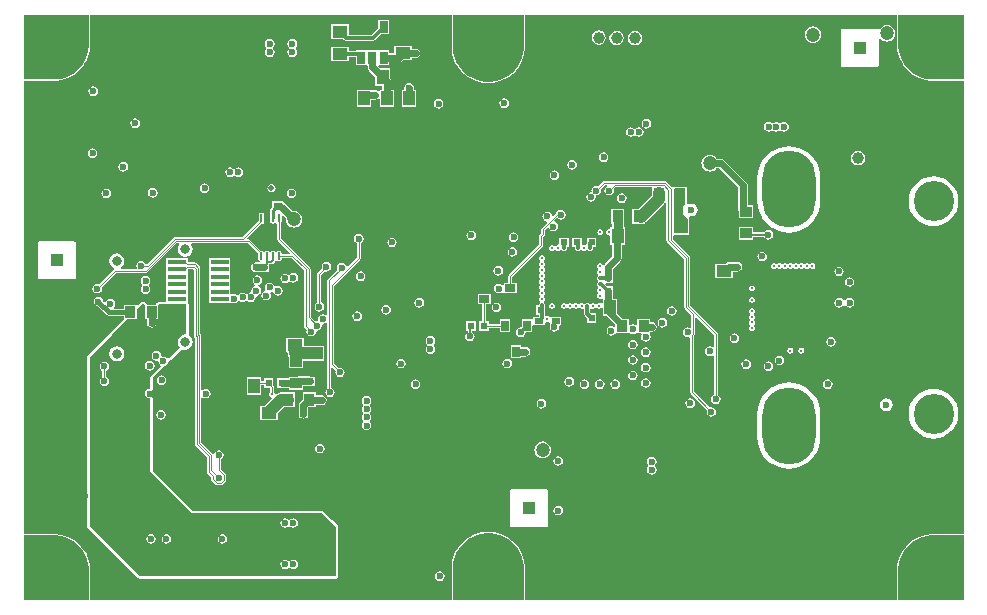
<source format=gbl>
G04*
G04 #@! TF.GenerationSoftware,Altium Limited,Altium Designer,18.1.7 (191)*
G04*
G04 Layer_Physical_Order=8*
G04 Layer_Color=16711680*
%FSLAX44Y44*%
%MOMM*%
G71*
G01*
G75*
%ADD10C,0.2000*%
%ADD11C,0.3000*%
%ADD12C,0.2500*%
%ADD14C,0.1500*%
%ADD17C,1.0000*%
%ADD20R,1.0000X1.0000*%
%ADD26R,0.6000X0.6000*%
%ADD35R,1.0000X0.9000*%
%ADD36R,0.6000X0.6000*%
%ADD41R,0.7000X1.0000*%
%ADD42R,0.7000X1.0000*%
%ADD44R,1.0000X1.3000*%
%ADD48R,1.3000X1.0000*%
%ADD51R,0.9000X1.0000*%
%ADD68R,1.6000X0.4000*%
%ADD69R,1.6000X0.4000*%
%ADD75R,3.6958X5.0000*%
%ADD92C,0.3000*%
%ADD128C,0.8000*%
%ADD138C,1.0000*%
%ADD140C,0.1000*%
%ADD141C,0.6000*%
%ADD142C,0.4000*%
%ADD144C,0.1200*%
%ADD145C,0.3500*%
%ADD146C,0.8000*%
%ADD150C,0.6000*%
%ADD151C,3.4000*%
%ADD152C,1.2000*%
%ADD153C,0.7000*%
%ADD154C,5.0000*%
%ADD156C,0.5000*%
%ADD166R,0.9000X0.6500*%
%ADD167R,0.2500X0.7000*%
%ADD168O,0.2500X0.7000*%
%ADD169R,0.7500X0.5500*%
%ADD170R,0.6500X0.9000*%
%ADD171O,4.5000X6.5000*%
G36*
X797961Y443000D02*
X770534D01*
X766635Y443513D01*
X762836Y444531D01*
X759203Y446036D01*
X755797Y448002D01*
X752677Y450396D01*
X749896Y453177D01*
X747502Y456297D01*
X745536Y459703D01*
X744031Y463336D01*
X743013Y467135D01*
X742500Y471034D01*
Y473000D01*
Y498000D01*
X797961D01*
Y443000D01*
D02*
G37*
G36*
X57500Y473000D02*
Y471034D01*
X56987Y467135D01*
X55969Y463336D01*
X54464Y459703D01*
X52498Y456297D01*
X50104Y453177D01*
X47323Y450396D01*
X44203Y448002D01*
X40797Y446036D01*
X37164Y444531D01*
X33365Y443513D01*
X29466Y443000D01*
X2039D01*
Y498000D01*
X57500D01*
Y473000D01*
D02*
G37*
G36*
X425500Y471000D02*
Y469034D01*
X424987Y465135D01*
X423969Y461336D01*
X422464Y457703D01*
X420498Y454297D01*
X418104Y451177D01*
X415323Y448396D01*
X412203Y446002D01*
X408797Y444036D01*
X405164Y442531D01*
X401365Y441513D01*
X397466Y441000D01*
X393534D01*
X389635Y441513D01*
X385836Y442531D01*
X382203Y444036D01*
X378797Y446002D01*
X375677Y448396D01*
X372896Y451177D01*
X370502Y454297D01*
X368536Y457703D01*
X367031Y461336D01*
X366013Y465135D01*
X365500Y469034D01*
Y471000D01*
Y498000D01*
X425500D01*
Y471000D01*
D02*
G37*
G36*
X741418Y473000D02*
Y471034D01*
X741446Y470965D01*
X741427Y470892D01*
X741940Y466993D01*
X741977Y466929D01*
X741968Y466855D01*
X742986Y463056D01*
X743031Y462997D01*
Y462922D01*
X744536Y459289D01*
X744589Y459236D01*
X744599Y459162D01*
X746565Y455756D01*
X746624Y455710D01*
X746644Y455638D01*
X749038Y452518D01*
X749102Y452481D01*
X749131Y452412D01*
X751912Y449631D01*
X751981Y449602D01*
X752018Y449538D01*
X755138Y447144D01*
X755210Y447124D01*
X755256Y447065D01*
X758662Y445099D01*
X758736Y445089D01*
X758789Y445036D01*
X762422Y443531D01*
X762497D01*
X762556Y443486D01*
X766355Y442468D01*
X766429Y442477D01*
X766494Y442440D01*
X770392Y441927D01*
X770465Y441946D01*
X770534Y441918D01*
X797961D01*
Y58082D01*
X770534D01*
X770465Y58054D01*
X770392Y58073D01*
X766494Y57560D01*
X766429Y57523D01*
X766355Y57532D01*
X762556Y56514D01*
X762497Y56469D01*
X762422D01*
X758789Y54964D01*
X758736Y54911D01*
X758662Y54901D01*
X755256Y52935D01*
X755210Y52876D01*
X755138Y52856D01*
X752018Y50462D01*
X751981Y50398D01*
X751912Y50369D01*
X749131Y47588D01*
X749102Y47519D01*
X749038Y47482D01*
X746644Y44362D01*
X746624Y44290D01*
X746565Y44244D01*
X744599Y40838D01*
X744589Y40764D01*
X744536Y40711D01*
X743031Y37078D01*
Y37003D01*
X742986Y36944D01*
X741968Y33145D01*
X741977Y33071D01*
X741940Y33006D01*
X741427Y29108D01*
X741446Y29035D01*
X741418Y28966D01*
Y27000D01*
Y2039D01*
X426582D01*
Y29000D01*
Y30966D01*
X426554Y31035D01*
X426573Y31108D01*
X426060Y35006D01*
X426022Y35071D01*
X426032Y35145D01*
X425014Y38944D01*
X424969Y39003D01*
Y39078D01*
X423464Y42711D01*
X423411Y42764D01*
X423401Y42838D01*
X421435Y46244D01*
X421376Y46290D01*
X421356Y46362D01*
X418962Y49482D01*
X418898Y49519D01*
X418869Y49588D01*
X416088Y52369D01*
X416019Y52397D01*
X415982Y52462D01*
X412862Y54856D01*
X412790Y54876D01*
X412744Y54935D01*
X409338Y56901D01*
X409264Y56911D01*
X409211Y56964D01*
X405578Y58469D01*
X405503D01*
X405444Y58514D01*
X401645Y59532D01*
X401571Y59522D01*
X401507Y59560D01*
X397608Y60073D01*
X397535Y60054D01*
X397466Y60082D01*
X393534D01*
X393465Y60054D01*
X393392Y60073D01*
X389493Y59560D01*
X389429Y59522D01*
X389355Y59532D01*
X385556Y58514D01*
X385497Y58469D01*
X385422D01*
X381789Y56964D01*
X381736Y56911D01*
X381662Y56901D01*
X378256Y54935D01*
X378210Y54876D01*
X378138Y54856D01*
X375018Y52462D01*
X374981Y52397D01*
X374912Y52369D01*
X372131Y49588D01*
X372102Y49519D01*
X372038Y49482D01*
X369644Y46362D01*
X369624Y46290D01*
X369565Y46244D01*
X367599Y42838D01*
X367589Y42764D01*
X367536Y42711D01*
X366031Y39078D01*
Y39003D01*
X365986Y38944D01*
X364968Y35145D01*
X364977Y35071D01*
X364940Y35006D01*
X364427Y31108D01*
X364446Y31035D01*
X364418Y30966D01*
Y29000D01*
Y2039D01*
X58582D01*
Y27000D01*
Y28966D01*
X58554Y29035D01*
X58573Y29108D01*
X58060Y33006D01*
X58022Y33071D01*
X58032Y33145D01*
X57014Y36944D01*
X56969Y37003D01*
Y37078D01*
X55464Y40711D01*
X55411Y40764D01*
X55401Y40838D01*
X53435Y44244D01*
X53376Y44290D01*
X53356Y44362D01*
X50962Y47482D01*
X50897Y47519D01*
X50869Y47588D01*
X48088Y50369D01*
X48019Y50398D01*
X47982Y50462D01*
X44862Y52856D01*
X44790Y52876D01*
X44744Y52935D01*
X41338Y54901D01*
X41264Y54911D01*
X41211Y54964D01*
X37578Y56469D01*
X37503D01*
X37444Y56514D01*
X33645Y57532D01*
X33571Y57523D01*
X33507Y57560D01*
X29608Y58073D01*
X29535Y58054D01*
X29466Y58082D01*
X2039D01*
Y441918D01*
X29466D01*
X29535Y441946D01*
X29608Y441927D01*
X33507Y442440D01*
X33571Y442477D01*
X33645Y442468D01*
X37444Y443486D01*
X37503Y443531D01*
X37578D01*
X41211Y445036D01*
X41264Y445089D01*
X41338Y445099D01*
X44744Y447065D01*
X44790Y447124D01*
X44862Y447144D01*
X47982Y449538D01*
X48019Y449602D01*
X48088Y449631D01*
X50869Y452412D01*
X50897Y452481D01*
X50962Y452518D01*
X53356Y455638D01*
X53376Y455710D01*
X53435Y455756D01*
X55401Y459162D01*
X55411Y459236D01*
X55464Y459289D01*
X56969Y462922D01*
Y462997D01*
X57014Y463056D01*
X58032Y466855D01*
X58022Y466929D01*
X58060Y466993D01*
X58573Y470892D01*
X58554Y470965D01*
X58582Y471034D01*
Y473000D01*
Y497961D01*
X364418D01*
Y471000D01*
Y469034D01*
X364446Y468965D01*
X364427Y468892D01*
X364940Y464994D01*
X364977Y464929D01*
X364968Y464855D01*
X365986Y461056D01*
X366031Y460997D01*
Y460922D01*
X367536Y457289D01*
X367589Y457236D01*
X367599Y457162D01*
X369565Y453756D01*
X369624Y453710D01*
X369644Y453638D01*
X372038Y450518D01*
X372102Y450481D01*
X372131Y450412D01*
X374912Y447631D01*
X374981Y447602D01*
X375018Y447538D01*
X378138Y445144D01*
X378210Y445124D01*
X378256Y445065D01*
X381662Y443099D01*
X381736Y443089D01*
X381789Y443036D01*
X385422Y441531D01*
X385497D01*
X385556Y441486D01*
X389355Y440468D01*
X389429Y440477D01*
X389493Y440440D01*
X393392Y439927D01*
X393465Y439946D01*
X393534Y439918D01*
X397466D01*
X397535Y439946D01*
X397608Y439927D01*
X401507Y440440D01*
X401571Y440477D01*
X401645Y440468D01*
X405444Y441486D01*
X405503Y441531D01*
X405578D01*
X409211Y443036D01*
X409264Y443089D01*
X409338Y443099D01*
X412744Y445065D01*
X412790Y445124D01*
X412862Y445144D01*
X415982Y447538D01*
X416019Y447602D01*
X416088Y447631D01*
X418869Y450412D01*
X418898Y450481D01*
X418962Y450518D01*
X421356Y453638D01*
X421376Y453710D01*
X421435Y453756D01*
X423401Y457162D01*
X423411Y457236D01*
X423464Y457289D01*
X424969Y460922D01*
Y460997D01*
X425014Y461056D01*
X426032Y464855D01*
X426022Y464929D01*
X426060Y464993D01*
X426573Y468892D01*
X426554Y468965D01*
X426582Y469034D01*
Y471000D01*
Y497961D01*
X741418D01*
Y473000D01*
D02*
G37*
G36*
X797961Y2000D02*
X742500D01*
Y27000D01*
Y28966D01*
X743013Y32865D01*
X744031Y36664D01*
X745536Y40297D01*
X747502Y43703D01*
X749896Y46823D01*
X752677Y49604D01*
X755797Y51998D01*
X759203Y53964D01*
X762836Y55469D01*
X766635Y56487D01*
X770534Y57000D01*
X797961D01*
Y2000D01*
D02*
G37*
G36*
X401365Y58487D02*
X405164Y57469D01*
X408797Y55964D01*
X412203Y53998D01*
X415323Y51604D01*
X418104Y48823D01*
X420498Y45703D01*
X422464Y42297D01*
X423969Y38664D01*
X424987Y34865D01*
X425500Y30966D01*
Y29000D01*
Y2000D01*
X365500D01*
Y29000D01*
Y30966D01*
X366013Y34865D01*
X367031Y38664D01*
X368536Y42297D01*
X370502Y45703D01*
X372896Y48823D01*
X375677Y51604D01*
X378797Y53998D01*
X382203Y55964D01*
X385836Y57469D01*
X389635Y58487D01*
X393534Y59000D01*
X397466D01*
X401365Y58487D01*
D02*
G37*
G36*
X33365Y56487D02*
X37164Y55469D01*
X40797Y53964D01*
X44203Y51998D01*
X47323Y49604D01*
X50104Y46823D01*
X52498Y43703D01*
X54464Y40297D01*
X55969Y36664D01*
X56987Y32865D01*
X57500Y28966D01*
Y27000D01*
Y2000D01*
X2039D01*
Y57000D01*
X29466D01*
X33365Y56487D01*
D02*
G37*
%LPC*%
G36*
X733000Y489060D02*
X731173Y488820D01*
X729470Y488115D01*
X728008Y486992D01*
X727114Y485828D01*
X725765Y485765D01*
X725000Y486082D01*
X695000D01*
X694235Y485765D01*
X693918Y485000D01*
Y455000D01*
X694235Y454235D01*
X695000Y453918D01*
X725000D01*
X725765Y454235D01*
X726082Y455000D01*
Y477430D01*
X727352Y477861D01*
X728008Y477008D01*
X729470Y475886D01*
X731173Y475180D01*
X733000Y474940D01*
X734827Y475180D01*
X736530Y475886D01*
X737992Y477008D01*
X739115Y478470D01*
X739820Y480173D01*
X740060Y482000D01*
X739820Y483827D01*
X739115Y485530D01*
X737992Y486992D01*
X736530Y488115D01*
X734827Y488820D01*
X733000Y489060D01*
D02*
G37*
G36*
X311500Y493583D02*
X302500D01*
Y486688D01*
X296861Y481049D01*
X277500D01*
Y489583D01*
X262500D01*
Y477583D01*
X272395D01*
X273280Y476698D01*
X274107Y476145D01*
X275083Y475951D01*
X297917D01*
X298893Y476145D01*
X299720Y476698D01*
X304605Y481583D01*
X311500D01*
Y493583D01*
D02*
G37*
G36*
X670500Y488060D02*
X668673Y487820D01*
X666970Y487114D01*
X665508Y485992D01*
X664386Y484530D01*
X663680Y482827D01*
X663440Y481000D01*
X663680Y479173D01*
X664386Y477470D01*
X665508Y476008D01*
X666970Y474885D01*
X668673Y474180D01*
X670500Y473940D01*
X672327Y474180D01*
X674030Y474885D01*
X675492Y476008D01*
X676615Y477470D01*
X677320Y479173D01*
X677560Y481000D01*
X677320Y482827D01*
X676615Y484530D01*
X675492Y485992D01*
X674030Y487114D01*
X672327Y487820D01*
X670500Y488060D01*
D02*
G37*
G36*
X489067Y484618D02*
X486726Y484152D01*
X484741Y482826D01*
X483415Y480841D01*
X482949Y478500D01*
X483415Y476159D01*
X484741Y474174D01*
X486726Y472848D01*
X489067Y472383D01*
X491408Y472848D01*
X493392Y474174D01*
X494719Y476159D01*
X495184Y478500D01*
X494719Y480841D01*
X493392Y482826D01*
X491408Y484152D01*
X489067Y484618D01*
D02*
G37*
G36*
X519750Y484118D02*
X517409Y483652D01*
X515424Y482326D01*
X514098Y480341D01*
X513632Y478000D01*
X514098Y475659D01*
X515424Y473674D01*
X517409Y472348D01*
X519750Y471883D01*
X522091Y472348D01*
X524076Y473674D01*
X525402Y475659D01*
X525868Y478000D01*
X525402Y480341D01*
X524076Y482326D01*
X522091Y483652D01*
X519750Y484118D01*
D02*
G37*
G36*
X504250D02*
X501909Y483652D01*
X499924Y482326D01*
X498598Y480341D01*
X498133Y478000D01*
X498598Y475659D01*
X499924Y473674D01*
X501909Y472348D01*
X504250Y471883D01*
X506591Y472348D01*
X508576Y473674D01*
X509902Y475659D01*
X510368Y478000D01*
X509902Y480341D01*
X508576Y482326D01*
X506591Y483652D01*
X504250Y484118D01*
D02*
G37*
G36*
X331000Y471083D02*
X316000D01*
Y465661D01*
X311500D01*
Y467583D01*
X303270D01*
X302500Y467583D01*
X301230Y467583D01*
X293770D01*
X293000Y467583D01*
X291730Y467583D01*
X283500D01*
Y467132D01*
X277500D01*
Y470583D01*
X262500D01*
Y458583D01*
X277500D01*
Y462034D01*
X283500D01*
Y455583D01*
X291730D01*
X292500Y455583D01*
X293421Y454741D01*
Y453353D01*
X293421Y453353D01*
X293732Y451792D01*
X294616Y450469D01*
X300000Y445085D01*
Y437353D01*
X305422D01*
Y434500D01*
X303500D01*
Y433648D01*
X303261Y433459D01*
X302230Y433085D01*
X301208Y433768D01*
X299647Y434078D01*
X296500D01*
Y434500D01*
X284500D01*
Y419500D01*
X296500D01*
Y425922D01*
X299647D01*
X301208Y426232D01*
X302230Y426915D01*
X303261Y426541D01*
X303500Y426352D01*
Y419500D01*
X315500D01*
Y434500D01*
X313578D01*
Y441353D01*
X313578Y441353D01*
X313268Y442913D01*
X312384Y444236D01*
X312384Y444237D01*
X312000Y444620D01*
Y452353D01*
X304268D01*
X302218Y454403D01*
X302200Y454497D01*
X302834Y455583D01*
X303270Y455583D01*
X311500D01*
Y457504D01*
X320000D01*
X320000Y457504D01*
X321561Y457815D01*
X322884Y458699D01*
X323268Y459083D01*
X331000D01*
Y461004D01*
X334000D01*
X335561Y461315D01*
X336884Y462199D01*
X337768Y463522D01*
X338078Y465083D01*
X337768Y466643D01*
X336884Y467967D01*
X335561Y468851D01*
X334000Y469161D01*
X331000D01*
Y471083D01*
D02*
G37*
G36*
X229500Y477213D02*
X227939Y476903D01*
X226616Y476018D01*
X225732Y474695D01*
X225422Y473135D01*
X225732Y471574D01*
X226616Y470251D01*
Y469019D01*
X225732Y467695D01*
X225422Y466135D01*
X225732Y464574D01*
X226616Y463251D01*
X227939Y462367D01*
X229500Y462056D01*
X231061Y462367D01*
X232384Y463251D01*
X233268Y464574D01*
X233578Y466135D01*
X233268Y467695D01*
X232384Y469019D01*
Y470251D01*
X233268Y471574D01*
X233578Y473135D01*
X233268Y474695D01*
X232384Y476018D01*
X231061Y476903D01*
X229500Y477213D01*
D02*
G37*
G36*
X210500D02*
X208939Y476903D01*
X207616Y476018D01*
X206732Y474695D01*
X206422Y473135D01*
X206732Y471574D01*
X207616Y470251D01*
Y469019D01*
X206732Y467695D01*
X206422Y466135D01*
X206732Y464574D01*
X207616Y463251D01*
X208939Y462367D01*
X210500Y462056D01*
X212061Y462367D01*
X213384Y463251D01*
X214268Y464574D01*
X214578Y466135D01*
X214268Y467695D01*
X213384Y469019D01*
Y470251D01*
X214268Y471574D01*
X214578Y473135D01*
X214268Y474695D01*
X213384Y476018D01*
X212061Y476903D01*
X210500Y477213D01*
D02*
G37*
G36*
X61000Y437078D02*
X59439Y436768D01*
X58116Y435884D01*
X57232Y434561D01*
X56922Y433000D01*
X57232Y431439D01*
X58116Y430116D01*
X59439Y429232D01*
X61000Y428922D01*
X62561Y429232D01*
X63884Y430116D01*
X64768Y431439D01*
X65078Y433000D01*
X64768Y434561D01*
X63884Y435884D01*
X62561Y436768D01*
X61000Y437078D01*
D02*
G37*
G36*
X328500Y440078D02*
X326939Y439768D01*
X325616Y438884D01*
X324732Y437561D01*
X324422Y436000D01*
Y434500D01*
X322500D01*
Y419500D01*
X334500D01*
Y434500D01*
X332578D01*
Y436000D01*
X332268Y437561D01*
X331384Y438884D01*
X330061Y439768D01*
X328500Y440078D01*
D02*
G37*
G36*
X408999Y427077D02*
X407439Y426767D01*
X406115Y425883D01*
X405231Y424560D01*
X404921Y422999D01*
X405231Y421438D01*
X406115Y420115D01*
X407439Y419231D01*
X408999Y418921D01*
X410560Y419231D01*
X411883Y420115D01*
X412767Y421438D01*
X413078Y422999D01*
X412767Y424560D01*
X411883Y425883D01*
X410560Y426767D01*
X408999Y427077D01*
D02*
G37*
G36*
X353500Y426455D02*
X351939Y426144D01*
X350616Y425260D01*
X349732Y423937D01*
X349422Y422376D01*
X349732Y420816D01*
X350616Y419493D01*
X351939Y418609D01*
X353500Y418298D01*
X355061Y418609D01*
X356384Y419493D01*
X357268Y420816D01*
X357578Y422376D01*
X357268Y423937D01*
X356384Y425260D01*
X355061Y426144D01*
X353500Y426455D01*
D02*
G37*
G36*
X646000Y407078D02*
X644439Y406768D01*
X643666Y406251D01*
X642750Y405989D01*
X641834Y406251D01*
X641061Y406768D01*
X639500Y407078D01*
X637939Y406768D01*
X637166Y406251D01*
X636250Y405989D01*
X635334Y406251D01*
X634561Y406768D01*
X633000Y407078D01*
X631439Y406768D01*
X630116Y405884D01*
X629232Y404561D01*
X628922Y403000D01*
X629232Y401439D01*
X630116Y400116D01*
X631439Y399232D01*
X633000Y398922D01*
X634561Y399232D01*
X635334Y399749D01*
X636250Y400011D01*
X637166Y399749D01*
X637939Y399232D01*
X639500Y398922D01*
X641061Y399232D01*
X641834Y399749D01*
X642750Y400011D01*
X643666Y399749D01*
X644439Y399232D01*
X646000Y398922D01*
X647561Y399232D01*
X648884Y400116D01*
X649768Y401439D01*
X650078Y403000D01*
X649768Y404561D01*
X648884Y405884D01*
X647561Y406768D01*
X646000Y407078D01*
D02*
G37*
G36*
X96500Y410078D02*
X94939Y409768D01*
X93616Y408884D01*
X92732Y407561D01*
X92422Y406000D01*
X92732Y404439D01*
X93616Y403116D01*
X94939Y402232D01*
X96500Y401922D01*
X98061Y402232D01*
X99384Y403116D01*
X100268Y404439D01*
X100578Y406000D01*
X100268Y407561D01*
X99384Y408884D01*
X98061Y409768D01*
X96500Y410078D01*
D02*
G37*
G36*
X529500Y409578D02*
X527939Y409268D01*
X526616Y408384D01*
X525732Y407061D01*
X525422Y405500D01*
X525732Y403939D01*
X526616Y402616D01*
X527939Y401732D01*
X529500Y401422D01*
X531061Y401732D01*
X532384Y402616D01*
X533268Y403939D01*
X533578Y405500D01*
X533268Y407061D01*
X532384Y408384D01*
X531061Y409268D01*
X529500Y409578D01*
D02*
G37*
G36*
X523000Y402578D02*
X521439Y402268D01*
X520116Y401384D01*
X518884D01*
X517561Y402268D01*
X516000Y402578D01*
X514439Y402268D01*
X513116Y401384D01*
X512232Y400061D01*
X511922Y398500D01*
X512232Y396939D01*
X513116Y395616D01*
X514439Y394732D01*
X516000Y394422D01*
X517561Y394732D01*
X518680Y395480D01*
X519500Y395606D01*
X520320Y395480D01*
X521439Y394732D01*
X523000Y394422D01*
X524561Y394732D01*
X525884Y395616D01*
X526768Y396939D01*
X527078Y398500D01*
X526768Y400061D01*
X525884Y401384D01*
X524561Y402268D01*
X523000Y402578D01*
D02*
G37*
G36*
X60500Y384578D02*
X58939Y384268D01*
X57616Y383384D01*
X56732Y382061D01*
X56422Y380500D01*
X56732Y378939D01*
X57616Y377616D01*
X58939Y376732D01*
X60500Y376422D01*
X62061Y376732D01*
X63384Y377616D01*
X64268Y378939D01*
X64578Y380500D01*
X64268Y382061D01*
X63384Y383384D01*
X62061Y384268D01*
X60500Y384578D01*
D02*
G37*
G36*
X493250Y381328D02*
X491689Y381017D01*
X490366Y380133D01*
X489482Y378810D01*
X489172Y377250D01*
X489482Y375689D01*
X490366Y374366D01*
X491689Y373482D01*
X493250Y373171D01*
X494811Y373482D01*
X496134Y374366D01*
X497018Y375689D01*
X497328Y377250D01*
X497018Y378810D01*
X496134Y380133D01*
X494811Y381017D01*
X493250Y381328D01*
D02*
G37*
G36*
X708500Y382617D02*
X706159Y382152D01*
X704174Y380826D01*
X702848Y378841D01*
X702383Y376500D01*
X702848Y374159D01*
X704174Y372174D01*
X706159Y370848D01*
X708500Y370382D01*
X710841Y370848D01*
X712826Y372174D01*
X714152Y374159D01*
X714617Y376500D01*
X714152Y378841D01*
X712826Y380826D01*
X710841Y382152D01*
X708500Y382617D01*
D02*
G37*
G36*
X184000Y368578D02*
X182439Y368268D01*
X181320Y367520D01*
X180500Y367394D01*
X179680Y367520D01*
X178561Y368268D01*
X177000Y368578D01*
X175439Y368268D01*
X174116Y367384D01*
X173232Y366061D01*
X172922Y364500D01*
X173232Y362939D01*
X174116Y361616D01*
X175439Y360732D01*
X177000Y360422D01*
X178561Y360732D01*
X179680Y361480D01*
X180500Y361606D01*
X181320Y361480D01*
X182439Y360732D01*
X184000Y360422D01*
X185561Y360732D01*
X186884Y361616D01*
X187768Y362939D01*
X188078Y364500D01*
X187768Y366061D01*
X186884Y367384D01*
X185561Y368268D01*
X184000Y368578D01*
D02*
G37*
G36*
X466500Y374828D02*
X464939Y374518D01*
X463616Y373634D01*
X462732Y372311D01*
X462422Y370750D01*
X462732Y369189D01*
X463616Y367866D01*
X464939Y366982D01*
X466500Y366672D01*
X468061Y366982D01*
X469384Y367866D01*
X470268Y369189D01*
X470578Y370750D01*
X470268Y372311D01*
X469384Y373634D01*
X468061Y374518D01*
X466500Y374828D01*
D02*
G37*
G36*
X86500Y373179D02*
X84939Y372868D01*
X83616Y371984D01*
X82732Y370661D01*
X82422Y369100D01*
X82732Y367539D01*
X83616Y366216D01*
X84939Y365332D01*
X86500Y365022D01*
X88061Y365332D01*
X89384Y366216D01*
X90268Y367539D01*
X90578Y369100D01*
X90268Y370661D01*
X89384Y371984D01*
X88061Y372868D01*
X86500Y373179D01*
D02*
G37*
G36*
X451500Y366078D02*
X449939Y365768D01*
X448616Y364884D01*
X447732Y363561D01*
X447422Y362000D01*
X447732Y360439D01*
X448616Y359116D01*
X449939Y358232D01*
X451500Y357922D01*
X453061Y358232D01*
X454384Y359116D01*
X455268Y360439D01*
X455578Y362000D01*
X455268Y363561D01*
X454384Y364884D01*
X453061Y365768D01*
X451500Y366078D01*
D02*
G37*
G36*
X212000Y354569D02*
X210634Y354297D01*
X209477Y353523D01*
X208703Y352366D01*
X208431Y351000D01*
X208703Y349634D01*
X209477Y348477D01*
X210634Y347703D01*
X212000Y347431D01*
X213366Y347703D01*
X214523Y348477D01*
X215297Y349634D01*
X215569Y351000D01*
X215297Y352366D01*
X214523Y353523D01*
X213366Y354297D01*
X212000Y354569D01*
D02*
G37*
G36*
X155300Y355078D02*
X153739Y354768D01*
X152416Y353884D01*
X151532Y352561D01*
X151222Y351000D01*
X151532Y349439D01*
X152416Y348116D01*
X153739Y347232D01*
X155300Y346922D01*
X156861Y347232D01*
X158184Y348116D01*
X159068Y349439D01*
X159378Y351000D01*
X159068Y352561D01*
X158184Y353884D01*
X156861Y354768D01*
X155300Y355078D01*
D02*
G37*
G36*
X111500Y351078D02*
X109939Y350768D01*
X108616Y349884D01*
X107732Y348561D01*
X107422Y347000D01*
X107732Y345439D01*
X108616Y344116D01*
X109939Y343232D01*
X111500Y342922D01*
X113061Y343232D01*
X114384Y344116D01*
X115268Y345439D01*
X115578Y347000D01*
X115268Y348561D01*
X114384Y349884D01*
X113061Y350768D01*
X111500Y351078D01*
D02*
G37*
G36*
X229000Y350578D02*
X227439Y350268D01*
X226116Y349384D01*
X225232Y348061D01*
X224922Y346500D01*
X225232Y344939D01*
X226116Y343616D01*
X227439Y342732D01*
X229000Y342422D01*
X230561Y342732D01*
X231884Y343616D01*
X232768Y344939D01*
X233078Y346500D01*
X232768Y348061D01*
X231884Y349384D01*
X230561Y350268D01*
X229000Y350578D01*
D02*
G37*
G36*
X72000D02*
X70439Y350268D01*
X69116Y349384D01*
X68232Y348061D01*
X67922Y346500D01*
X68232Y344939D01*
X69116Y343616D01*
X70439Y342732D01*
X72000Y342422D01*
X73561Y342732D01*
X74884Y343616D01*
X75768Y344939D01*
X76078Y346500D01*
X75768Y348061D01*
X74884Y349384D01*
X73561Y350268D01*
X72000Y350578D01*
D02*
G37*
G36*
X508500Y346578D02*
X506939Y346268D01*
X505616Y345384D01*
X504732Y344061D01*
X504422Y342500D01*
X504732Y340939D01*
X505616Y339616D01*
X506939Y338732D01*
X508500Y338422D01*
X510061Y338732D01*
X511384Y339616D01*
X512268Y340939D01*
X512578Y342500D01*
X512268Y344061D01*
X511384Y345384D01*
X510061Y346268D01*
X508500Y346578D01*
D02*
G37*
G36*
X457000Y332578D02*
X455439Y332268D01*
X454116Y331384D01*
X453232Y330061D01*
X453177Y329783D01*
X452852Y329648D01*
X450762Y327558D01*
X449384Y327976D01*
X449268Y328561D01*
X448384Y329884D01*
X447061Y330768D01*
X445500Y331078D01*
X443939Y330768D01*
X442616Y329884D01*
X441732Y328561D01*
X441422Y327000D01*
X441732Y325439D01*
X442616Y324116D01*
X443939Y323232D01*
X444524Y323116D01*
X444942Y321738D01*
X440851Y317647D01*
X440376Y316499D01*
Y312808D01*
X439352Y311784D01*
X438876Y310636D01*
Y303670D01*
X412852Y277646D01*
X412376Y276498D01*
Y270750D01*
X408500D01*
Y269499D01*
X407889Y269162D01*
X407230Y268987D01*
X406061Y269768D01*
X404500Y270078D01*
X402939Y269768D01*
X401616Y268884D01*
X400732Y267561D01*
X400422Y266000D01*
X400732Y264439D01*
X401616Y263116D01*
X402939Y262232D01*
X404500Y261922D01*
X406061Y262232D01*
X407230Y263013D01*
X407889Y262838D01*
X408500Y262501D01*
Y262250D01*
X419500D01*
Y270750D01*
X415624D01*
Y275825D01*
X441648Y301849D01*
X442124Y302998D01*
Y309964D01*
X443147Y310987D01*
X443623Y312135D01*
Y315827D01*
X445321Y317525D01*
X446699Y317107D01*
X446732Y316939D01*
X447616Y315616D01*
X448939Y314732D01*
X450500Y314422D01*
X452061Y314732D01*
X453384Y315616D01*
X454268Y316939D01*
X454578Y318500D01*
X454268Y320061D01*
X453384Y321384D01*
X452061Y322268D01*
X451893Y322301D01*
X451475Y323679D01*
X453475Y325679D01*
X454116Y325616D01*
X455439Y324732D01*
X457000Y324422D01*
X458561Y324732D01*
X459884Y325616D01*
X460768Y326939D01*
X461078Y328500D01*
X460768Y330061D01*
X459884Y331384D01*
X458561Y332268D01*
X457000Y332578D01*
D02*
G37*
G36*
X544950Y357124D02*
X493500D01*
X492352Y356648D01*
X488487Y352783D01*
X487000Y353078D01*
X485439Y352768D01*
X484116Y351884D01*
X483232Y350561D01*
X482922Y349000D01*
X482965Y348780D01*
X482499Y347578D01*
X482027Y347484D01*
X480938Y347267D01*
X479615Y346383D01*
X478731Y345060D01*
X478421Y343499D01*
X478731Y341939D01*
X479615Y340616D01*
X480938Y339731D01*
X482499Y339421D01*
X484060Y339731D01*
X485383Y340616D01*
X486267Y341939D01*
X486577Y343499D01*
X486534Y343719D01*
X487000Y344922D01*
X487472Y345015D01*
X488561Y345232D01*
X489884Y346116D01*
X490768Y347439D01*
X491078Y349000D01*
X490783Y350486D01*
X494173Y353876D01*
X495986D01*
X496005Y353831D01*
X496198Y352606D01*
X495116Y351884D01*
X494232Y350561D01*
X493922Y349000D01*
X494232Y347439D01*
X495116Y346116D01*
X496439Y345232D01*
X498000Y344922D01*
X499561Y345232D01*
X500884Y346116D01*
X501768Y347439D01*
X502078Y349000D01*
X501783Y350486D01*
X503172Y351876D01*
X534500D01*
Y349068D01*
X534348Y348841D01*
X533882Y346500D01*
Y344534D01*
X522349Y333000D01*
X517500D01*
Y321000D01*
X521932D01*
X522159Y320848D01*
X524500Y320382D01*
X526841Y320848D01*
X527068Y321000D01*
X528500D01*
Y321957D01*
X528826Y322174D01*
X544326Y337674D01*
X545121Y338864D01*
X546376Y338457D01*
Y306672D01*
X546852Y305523D01*
X561376Y290999D01*
Y250172D01*
X561852Y249023D01*
X567163Y243713D01*
Y233257D01*
X566042Y232658D01*
X565847Y232789D01*
X564286Y233099D01*
X562725Y232789D01*
X561402Y231905D01*
X560518Y230581D01*
X560208Y229021D01*
X560518Y227460D01*
X561402Y226137D01*
X562725Y225253D01*
X564286Y224942D01*
X565106Y225106D01*
X566376Y224196D01*
Y178000D01*
X566852Y176852D01*
X580717Y162987D01*
X580422Y161500D01*
X580732Y159939D01*
X581616Y158616D01*
X582939Y157732D01*
X584500Y157422D01*
X586061Y157732D01*
X587384Y158616D01*
X588268Y159939D01*
X588578Y161500D01*
X588268Y163061D01*
X587384Y164384D01*
X586061Y165268D01*
X584500Y165578D01*
X583013Y165283D01*
X569624Y178673D01*
Y225698D01*
X569934Y226009D01*
X570410Y227157D01*
Y241635D01*
X571583Y242121D01*
X586626Y227078D01*
Y216884D01*
X585356Y216236D01*
X584561Y216768D01*
X583000Y217078D01*
X581439Y216768D01*
X580116Y215884D01*
X579232Y214561D01*
X578922Y213000D01*
X579232Y211439D01*
X580116Y210116D01*
X581439Y209232D01*
X583000Y208922D01*
X584561Y209232D01*
X585356Y209764D01*
X586626Y209116D01*
Y175976D01*
X585366Y175134D01*
X584482Y173811D01*
X584172Y172250D01*
X584482Y170689D01*
X585366Y169366D01*
X586689Y168482D01*
X588250Y168172D01*
X589811Y168482D01*
X591134Y169366D01*
X592018Y170689D01*
X592328Y172250D01*
X592018Y173811D01*
X591134Y175134D01*
X589874Y175976D01*
Y227750D01*
X589398Y228898D01*
X566624Y251672D01*
Y292500D01*
X566148Y293648D01*
X551624Y308172D01*
Y310565D01*
X552500Y311576D01*
X564000D01*
X564093Y311615D01*
X565250D01*
Y326249D01*
X566215Y327352D01*
X567500Y327096D01*
X569568Y327508D01*
X571321Y328679D01*
X572492Y330432D01*
X572904Y332500D01*
X572492Y334568D01*
X571321Y336321D01*
X569568Y337492D01*
X567500Y337904D01*
X565432Y337492D01*
X564756Y337040D01*
X564286Y337224D01*
X563582Y337784D01*
X563582Y349500D01*
X563500Y349699D01*
Y352000D01*
X561199D01*
X561000Y352082D01*
X553736D01*
X553500Y352082D01*
X553500Y352082D01*
X552500Y352000D01*
X551402Y351585D01*
X551148Y351598D01*
X546098Y356648D01*
X544950Y357124D01*
D02*
G37*
G36*
X583000Y379060D02*
X581173Y378820D01*
X579470Y378115D01*
X578008Y376992D01*
X576885Y375530D01*
X576180Y373827D01*
X575940Y372000D01*
X576180Y370173D01*
X576885Y368470D01*
X578008Y367007D01*
X579470Y365886D01*
X581173Y365180D01*
X583000Y364940D01*
X584827Y365180D01*
X586530Y365886D01*
X587992Y367007D01*
X588694Y367922D01*
X590811D01*
X606922Y351811D01*
Y343500D01*
Y333500D01*
X606922Y333500D01*
X607232Y331939D01*
X607500Y331538D01*
Y325500D01*
X619500D01*
Y336500D01*
X615078D01*
Y343500D01*
Y353500D01*
X615078Y353500D01*
X614768Y355061D01*
X613884Y356384D01*
X613884Y356384D01*
X595384Y374884D01*
X594061Y375768D01*
X592500Y376078D01*
X592500Y376078D01*
X588694D01*
X587992Y376992D01*
X586530Y378115D01*
X584827Y378820D01*
X583000Y379060D01*
D02*
G37*
G36*
X772500Y361102D02*
X768383Y360696D01*
X764425Y359495D01*
X760777Y357545D01*
X757579Y354921D01*
X754955Y351723D01*
X753005Y348075D01*
X751804Y344117D01*
X751398Y340000D01*
X751804Y335883D01*
X753005Y331925D01*
X754955Y328277D01*
X757579Y325079D01*
X760777Y322455D01*
X764425Y320505D01*
X768383Y319304D01*
X772500Y318898D01*
X776617Y319304D01*
X780575Y320505D01*
X784223Y322455D01*
X787421Y325079D01*
X790045Y328277D01*
X791995Y331925D01*
X793196Y335883D01*
X793602Y340000D01*
X793196Y344117D01*
X791995Y348075D01*
X790045Y351723D01*
X787421Y354921D01*
X784223Y357545D01*
X780575Y359495D01*
X776617Y360696D01*
X772500Y361102D01*
D02*
G37*
G36*
X510500Y333000D02*
X499500D01*
Y321000D01*
X499902D01*
Y318000D01*
X499000D01*
Y317416D01*
X497730Y316503D01*
X497500Y316549D01*
X496525Y316355D01*
X495698Y315802D01*
X495145Y314975D01*
X494951Y314000D01*
X495145Y313025D01*
X495698Y312198D01*
X496525Y311645D01*
X497500Y311451D01*
X497730Y311497D01*
X499000Y310584D01*
Y303000D01*
X500421D01*
Y293189D01*
X494115Y286883D01*
X493617Y286138D01*
X493187Y286083D01*
X492172Y286249D01*
X491802Y286802D01*
X490975Y287355D01*
X490000Y287549D01*
X489025Y287355D01*
X488198Y286802D01*
X487645Y285975D01*
X487451Y285000D01*
X487645Y284025D01*
X488198Y283198D01*
Y281802D01*
X487645Y280975D01*
X487451Y280000D01*
X487645Y279025D01*
X488198Y278198D01*
Y276802D01*
X487645Y275975D01*
X487451Y275000D01*
X487645Y274025D01*
X488198Y273198D01*
Y271802D01*
X487645Y270975D01*
X487451Y270000D01*
X487645Y269025D01*
X488198Y268198D01*
Y266802D01*
X487645Y265975D01*
X487451Y265000D01*
X487645Y264025D01*
X488198Y263198D01*
Y261802D01*
X487645Y260975D01*
X487451Y260000D01*
X487645Y259025D01*
X488198Y258198D01*
X489025Y257645D01*
X490000Y257451D01*
X490975Y257645D01*
X491380Y257915D01*
X492500Y257136D01*
Y253796D01*
X491624Y253435D01*
X491230Y253351D01*
X490475Y253855D01*
X489500Y254049D01*
X488525Y253855D01*
X487698Y253302D01*
X486302D01*
X485475Y253855D01*
X484500Y254049D01*
X483525Y253855D01*
X482698Y253302D01*
X481302D01*
X480475Y253855D01*
X479500Y254049D01*
X478525Y253855D01*
X477698Y253302D01*
X476302D01*
X475476Y253855D01*
X474500Y254049D01*
X473525Y253855D01*
X472698Y253302D01*
X471302D01*
X470475Y253855D01*
X469500Y254049D01*
X468525Y253855D01*
X467698Y253302D01*
X466302D01*
X465475Y253855D01*
X464500Y254049D01*
X463525Y253855D01*
X462698Y253302D01*
X461302D01*
X460475Y253855D01*
X459500Y254049D01*
X458525Y253855D01*
X457698Y253302D01*
X457145Y252475D01*
X456951Y251500D01*
X457145Y250525D01*
X457698Y249698D01*
X458525Y249145D01*
X459500Y248951D01*
X460475Y249145D01*
X461302Y249698D01*
X462698D01*
X463525Y249145D01*
X464500Y248951D01*
X465475Y249145D01*
X466302Y249698D01*
X467698D01*
X468525Y249145D01*
X469500Y248951D01*
X470475Y249145D01*
X471302Y249698D01*
X472698D01*
X473525Y249145D01*
X474500Y248951D01*
X475476Y249145D01*
X475681Y249282D01*
X476951Y248604D01*
Y244500D01*
X477145Y243524D01*
X477698Y242698D01*
X479000Y241395D01*
Y237000D01*
X487000D01*
Y245000D01*
X482605D01*
X482049Y245556D01*
Y248604D01*
X483319Y249282D01*
X483525Y249145D01*
X484500Y248951D01*
X485475Y249145D01*
X486302Y249698D01*
X487698D01*
X488525Y249145D01*
X489500Y248951D01*
X490475Y249145D01*
X491230Y249649D01*
X491624Y249565D01*
X492500Y249204D01*
Y242554D01*
X495732D01*
X503119Y235168D01*
X503014Y234392D01*
X501700Y233808D01*
X501311Y234068D01*
X499750Y234378D01*
X498189Y234068D01*
X496866Y233183D01*
X495982Y231860D01*
X495672Y230300D01*
X495982Y228739D01*
X496866Y227416D01*
X498189Y226532D01*
X499750Y226221D01*
X501311Y226532D01*
X502634Y227416D01*
X502634Y227416D01*
X502662Y227443D01*
X503500Y228054D01*
X514500D01*
Y228054D01*
X515770Y228179D01*
X516439Y227732D01*
X518000Y227422D01*
X519561Y227732D01*
X520230Y228179D01*
X521500Y228054D01*
X521500Y228054D01*
X521500Y228054D01*
X524702D01*
X525381Y226784D01*
X525232Y226561D01*
X524922Y225000D01*
X525232Y223439D01*
X526116Y222116D01*
X527439Y221232D01*
X529000Y220922D01*
X530561Y221232D01*
X531884Y222116D01*
X532768Y223439D01*
X533078Y225000D01*
X532768Y226561D01*
X532593Y226822D01*
X532500Y228054D01*
X532500D01*
Y229421D01*
X533999D01*
X535560Y229732D01*
X536883Y230616D01*
X537767Y231939D01*
X538077Y233500D01*
X537767Y235060D01*
X536883Y236383D01*
X535560Y237267D01*
X533999Y237578D01*
X532500D01*
Y240054D01*
X529381D01*
X529061Y240268D01*
X527500Y240578D01*
X525939Y240268D01*
X525619Y240054D01*
X521500D01*
Y235500D01*
X520230Y234821D01*
X519561Y235268D01*
X518000Y235578D01*
X516439Y235268D01*
X515770Y234821D01*
X514500Y235500D01*
Y240054D01*
X509768D01*
X504500Y245322D01*
Y257554D01*
X501077D01*
Y263554D01*
X501000Y263943D01*
Y268000D01*
X496262D01*
X494435Y269827D01*
X494921Y271000D01*
X496605D01*
X496999Y270922D01*
X497393Y271000D01*
X500999D01*
Y274606D01*
X501077Y275000D01*
Y282310D01*
X507383Y288616D01*
X507383Y288616D01*
X508267Y289939D01*
X508577Y291500D01*
Y303000D01*
X511000D01*
Y318000D01*
X510098D01*
Y321000D01*
X510500D01*
Y333000D01*
D02*
G37*
G36*
X650000Y386582D02*
X645842Y386255D01*
X641786Y385281D01*
X637932Y383685D01*
X634375Y381505D01*
X631204Y378796D01*
X628495Y375625D01*
X626315Y372068D01*
X624719Y368214D01*
X623745Y364158D01*
X623418Y360000D01*
Y340000D01*
X623745Y335842D01*
X624719Y331786D01*
X626315Y327932D01*
X628495Y324376D01*
X631204Y321204D01*
X634375Y318495D01*
X637932Y316315D01*
X641786Y314719D01*
X645842Y313745D01*
X650000Y313418D01*
X654158Y313745D01*
X658214Y314719D01*
X662068Y316315D01*
X665624Y318495D01*
X668796Y321204D01*
X671505Y324376D01*
X673685Y327932D01*
X675281Y331786D01*
X676255Y335842D01*
X676582Y340000D01*
Y360000D01*
X676255Y364158D01*
X675281Y368214D01*
X673685Y372068D01*
X671505Y375625D01*
X668796Y378796D01*
X665624Y381505D01*
X662068Y383685D01*
X658214Y385281D01*
X654158Y386255D01*
X650000Y386582D01*
D02*
G37*
G36*
X490417Y316632D02*
X489441Y316438D01*
X488614Y315886D01*
X488062Y315059D01*
X487868Y314083D01*
X488062Y313108D01*
X488614Y312281D01*
X489441Y311728D01*
X490417Y311534D01*
X491392Y311728D01*
X492219Y312281D01*
X492772Y313108D01*
X492966Y314083D01*
X492772Y315059D01*
X492219Y315886D01*
X491392Y316438D01*
X490417Y316632D01*
D02*
G37*
G36*
X619500Y318500D02*
X607500D01*
Y307500D01*
X619500D01*
Y309461D01*
X629260D01*
X629825Y308616D01*
X631148Y307732D01*
X632709Y307422D01*
X634269Y307732D01*
X635592Y308616D01*
X636476Y309939D01*
X636787Y311500D01*
X636476Y313061D01*
X635592Y314384D01*
X634269Y315268D01*
X632709Y315578D01*
X631148Y315268D01*
X629825Y314384D01*
X629260Y313539D01*
X619500D01*
Y318500D01*
D02*
G37*
G36*
X381000Y315078D02*
X379439Y314768D01*
X378116Y313884D01*
X377232Y312561D01*
X376922Y311000D01*
X377232Y309439D01*
X378116Y308116D01*
X379439Y307232D01*
X381000Y306922D01*
X382561Y307232D01*
X383884Y308116D01*
X384768Y309439D01*
X385078Y311000D01*
X384768Y312561D01*
X383884Y313884D01*
X382561Y314768D01*
X381000Y315078D01*
D02*
G37*
G36*
X417000Y313578D02*
X415439Y313268D01*
X414116Y312384D01*
X413232Y311061D01*
X412922Y309500D01*
X413232Y307939D01*
X414116Y306616D01*
X415439Y305732D01*
X417000Y305422D01*
X418561Y305732D01*
X419884Y306616D01*
X420768Y307939D01*
X421078Y309500D01*
X420768Y311061D01*
X419884Y312384D01*
X418561Y313268D01*
X417000Y313578D01*
D02*
G37*
G36*
X487000Y309000D02*
X479000D01*
Y304746D01*
X478951Y304500D01*
Y303396D01*
X477681Y302718D01*
X477475Y302855D01*
X476500Y303049D01*
X475770Y302904D01*
X474902Y303367D01*
X474500Y303698D01*
Y309000D01*
X466500D01*
Y301000D01*
X468951D01*
Y300500D01*
X469145Y299525D01*
X469698Y298698D01*
X470524Y298145D01*
X471500Y297951D01*
X472475Y298145D01*
X473302Y298698D01*
X474698D01*
X475524Y298145D01*
X476500Y297951D01*
X477475Y298145D01*
X478302Y298698D01*
X479698D01*
X480524Y298145D01*
X481500Y297951D01*
X482475Y298145D01*
X483302Y298698D01*
X483855Y299525D01*
X484049Y300500D01*
Y301000D01*
X487000D01*
Y309000D01*
D02*
G37*
G36*
X463500D02*
X455500D01*
Y304138D01*
X454464Y303049D01*
X453489Y302855D01*
X452662Y302302D01*
X451302Y302302D01*
X450476Y302855D01*
X449500Y303049D01*
X448525Y302855D01*
X447698Y302302D01*
X447145Y301475D01*
X446951Y300500D01*
X447145Y299525D01*
X447698Y298698D01*
X448525Y298145D01*
X449500Y297951D01*
X450476Y298145D01*
X451302Y298698D01*
X452662Y298698D01*
X453489Y298145D01*
X454464Y297951D01*
X455440Y298145D01*
X456267Y298698D01*
X457698Y298698D01*
X458525Y298145D01*
X459500Y297951D01*
X460475Y298145D01*
X461302Y298698D01*
X461855Y299525D01*
X462049Y300500D01*
Y301000D01*
X463500D01*
Y309000D01*
D02*
G37*
G36*
X314000Y309078D02*
X312439Y308767D01*
X311116Y307883D01*
X310232Y306560D01*
X309921Y304999D01*
X310232Y303439D01*
X311116Y302116D01*
X312439Y301231D01*
X314000Y300921D01*
X315560Y301231D01*
X316884Y302116D01*
X317768Y303439D01*
X318078Y304999D01*
X317768Y306560D01*
X316884Y307883D01*
X315560Y308767D01*
X314000Y309078D01*
D02*
G37*
G36*
X219500Y340078D02*
X219500Y340078D01*
X219262Y340078D01*
X216500D01*
X216106Y340000D01*
X212500D01*
Y336394D01*
X212422Y336000D01*
X212500Y335606D01*
Y335244D01*
X211628Y334372D01*
X211131Y333628D01*
X210956Y332750D01*
Y323250D01*
X211131Y322372D01*
X211628Y321628D01*
X212372Y321130D01*
X213250Y320956D01*
X214128Y321130D01*
X214872Y321628D01*
X216099Y321209D01*
X216626Y320667D01*
Y307750D01*
X217102Y306602D01*
X227407Y296297D01*
X226921Y295124D01*
X220544D01*
Y295750D01*
X220369Y296628D01*
X219872Y297372D01*
X219128Y297869D01*
X218250Y298044D01*
X217372Y297869D01*
X216628Y297372D01*
X216466Y297130D01*
X215034D01*
X214872Y297372D01*
X214128Y297869D01*
X213250Y298044D01*
X212372Y297869D01*
X211628Y297372D01*
X211466Y297130D01*
X210034D01*
X209872Y297372D01*
X209128Y297869D01*
X208250Y298044D01*
X207372Y297869D01*
X206628Y297372D01*
X206466Y297130D01*
X205034D01*
X204872Y297372D01*
X204128Y297869D01*
X203253Y298043D01*
X194148Y307148D01*
X193000Y307624D01*
X191509D01*
X191022Y308797D01*
X203226Y321000D01*
X205500D01*
Y330000D01*
X201000D01*
Y323367D01*
X187257Y309624D01*
X142766D01*
X142645Y309674D01*
X130125D01*
X128977Y309198D01*
X106827Y287049D01*
X105226D01*
X104384Y288309D01*
X103061Y289193D01*
X101500Y289503D01*
X99939Y289193D01*
X98616Y288309D01*
X97732Y286986D01*
X97422Y285425D01*
X97732Y283864D01*
X97863Y283669D01*
X97264Y282549D01*
X84596D01*
X84211Y283819D01*
X85542Y284708D01*
X86934Y286792D01*
X87423Y289250D01*
X86934Y291708D01*
X85542Y293792D01*
X83458Y295184D01*
X81000Y295673D01*
X78542Y295184D01*
X76458Y293792D01*
X75066Y291708D01*
X74577Y289250D01*
X75066Y286792D01*
X76458Y284708D01*
X78318Y283465D01*
X78396Y282611D01*
X78285Y282076D01*
X78277Y282073D01*
X65862Y269658D01*
X64375Y269953D01*
X62814Y269643D01*
X61491Y268759D01*
X60607Y267436D01*
X60297Y265875D01*
X60607Y264314D01*
X61491Y262991D01*
X62814Y262107D01*
X64375Y261797D01*
X65936Y262107D01*
X67259Y262991D01*
X68143Y264314D01*
X68453Y265875D01*
X68158Y267362D01*
X80098Y279301D01*
X105828D01*
X106976Y279777D01*
X131626Y304426D01*
X133354D01*
X134033Y303156D01*
X133066Y301708D01*
X132577Y299250D01*
X133066Y296792D01*
X134458Y294708D01*
X136542Y293316D01*
X139000Y292827D01*
X141458Y293316D01*
X143542Y294708D01*
X144935Y296792D01*
X145423Y299250D01*
X144935Y301708D01*
X144000Y303106D01*
X144679Y304376D01*
X192327D01*
X200956Y295748D01*
Y291250D01*
X201131Y290372D01*
X201628Y289628D01*
X202046Y289348D01*
X201661Y288078D01*
X198808D01*
X197247Y287768D01*
X195924Y286884D01*
X195040Y285561D01*
X194729Y284000D01*
X195040Y282439D01*
X195924Y281116D01*
X197247Y280232D01*
X198808Y279922D01*
X205500D01*
X205894Y280000D01*
X209500D01*
Y283606D01*
X209578Y284000D01*
X209500Y284394D01*
Y285116D01*
X209692Y285308D01*
X209692Y285308D01*
X210134Y285970D01*
X210232Y286461D01*
X211500D01*
X212280Y286616D01*
X212942Y287058D01*
X214692Y288808D01*
X214692Y288808D01*
X215134Y289470D01*
X215151Y289553D01*
X216499Y289821D01*
X216628Y289628D01*
X217372Y289130D01*
X218250Y288956D01*
X219128Y289130D01*
X219872Y289628D01*
X220369Y290372D01*
X220544Y291250D01*
Y291876D01*
X228999D01*
X239376Y281499D01*
Y233999D01*
X239852Y232851D01*
X241716Y230987D01*
X241421Y229500D01*
X241731Y227939D01*
X242615Y226616D01*
X243938Y225732D01*
X245499Y225422D01*
X247060Y225732D01*
X248383Y226616D01*
X249267Y227939D01*
X249577Y229500D01*
X249571Y229530D01*
X250235Y230193D01*
X250682Y230458D01*
X252061Y230732D01*
X253384Y231616D01*
X254268Y232939D01*
X254578Y234500D01*
X254475Y235021D01*
X255450Y236122D01*
X257011Y236432D01*
X258106Y237164D01*
X258937Y236903D01*
X259376Y236602D01*
Y181392D01*
X258616Y180884D01*
X257732Y179560D01*
X257421Y178000D01*
X257732Y176439D01*
X258616Y175116D01*
X259939Y174232D01*
X261500Y173921D01*
X263060Y174232D01*
X264383Y175116D01*
X265267Y176439D01*
X265578Y178000D01*
X265267Y179560D01*
X264383Y180884D01*
X263060Y181768D01*
X262624Y181854D01*
Y198421D01*
X263797Y198907D01*
X266217Y196487D01*
X265922Y195000D01*
X266232Y193439D01*
X267116Y192116D01*
X268439Y191232D01*
X270000Y190922D01*
X271561Y191232D01*
X272884Y192116D01*
X273768Y193439D01*
X274078Y195000D01*
X273768Y196561D01*
X272884Y197884D01*
X271561Y198768D01*
X270000Y199078D01*
X268513Y198783D01*
X264624Y202673D01*
Y267964D01*
X287148Y290488D01*
X287624Y291636D01*
Y304410D01*
X288884Y305252D01*
X289768Y306575D01*
X290078Y308136D01*
X289768Y309697D01*
X288884Y311020D01*
X287561Y311904D01*
X286000Y312214D01*
X284439Y311904D01*
X283116Y311020D01*
X282232Y309697D01*
X281922Y308136D01*
X282232Y306575D01*
X283116Y305252D01*
X284376Y304410D01*
Y292309D01*
X276529Y284461D01*
X275314Y284830D01*
X275268Y285061D01*
X274384Y286384D01*
X273061Y287268D01*
X271500Y287578D01*
X269939Y287268D01*
X268616Y286384D01*
X267732Y285061D01*
X267422Y283500D01*
X267717Y282013D01*
X259852Y274148D01*
X259376Y273000D01*
Y243798D01*
X258937Y243497D01*
X258106Y243236D01*
X257011Y243968D01*
X255450Y244278D01*
X253889Y243968D01*
X252566Y243084D01*
X251682Y241761D01*
X251372Y240200D01*
X251475Y239679D01*
X250527Y238609D01*
X250403Y238559D01*
X249013Y238283D01*
X245124Y242173D01*
Y282500D01*
X244648Y283648D01*
X219874Y308423D01*
Y321630D01*
X220369Y322372D01*
X220544Y323250D01*
Y327392D01*
X221445Y327897D01*
X221780Y327952D01*
X224090Y325642D01*
X223940Y324500D01*
X224180Y322673D01*
X224886Y320970D01*
X226007Y319508D01*
X227470Y318386D01*
X229173Y317680D01*
X231000Y317440D01*
X232827Y317680D01*
X234530Y318386D01*
X235992Y319508D01*
X237115Y320970D01*
X237820Y322673D01*
X238060Y324500D01*
X237820Y326327D01*
X237115Y328030D01*
X235992Y329492D01*
X234530Y330615D01*
X232827Y331320D01*
X231000Y331560D01*
X229858Y331410D01*
X222384Y338884D01*
X221061Y339768D01*
X220500Y339879D01*
Y340000D01*
X219500Y340078D01*
D02*
G37*
G36*
X416000Y301078D02*
X414439Y300768D01*
X413116Y299884D01*
X412232Y298561D01*
X411922Y297000D01*
X412232Y295439D01*
X413116Y294116D01*
X414439Y293232D01*
X416000Y292922D01*
X417561Y293232D01*
X418884Y294116D01*
X419768Y295439D01*
X420078Y297000D01*
X419768Y298561D01*
X418884Y299884D01*
X417561Y300768D01*
X416000Y301078D01*
D02*
G37*
G36*
X627354Y297224D02*
X625793Y296914D01*
X624470Y296030D01*
X623586Y294706D01*
X623276Y293146D01*
X623586Y291585D01*
X624470Y290262D01*
X625793Y289378D01*
X627354Y289067D01*
X628915Y289378D01*
X630238Y290262D01*
X631122Y291585D01*
X631433Y293146D01*
X631122Y294706D01*
X630238Y296030D01*
X628915Y296914D01*
X627354Y297224D01*
D02*
G37*
G36*
X669996Y287721D02*
X669021Y287527D01*
X668520Y287192D01*
X667666Y287057D01*
X666812Y287192D01*
X666311Y287527D01*
X665335Y287721D01*
X664360Y287527D01*
X663859Y287192D01*
X663005Y287057D01*
X662151Y287192D01*
X661650Y287527D01*
X660675Y287721D01*
X659699Y287527D01*
X659198Y287192D01*
X658344Y287057D01*
X657490Y287192D01*
X656989Y287527D01*
X656013Y287721D01*
X655038Y287527D01*
X654537Y287192D01*
X653683Y287057D01*
X652829Y287192D01*
X652328Y287527D01*
X651352Y287721D01*
X650377Y287527D01*
X649876Y287192D01*
X649022Y287057D01*
X648168Y287192D01*
X647667Y287527D01*
X646692Y287721D01*
X645716Y287527D01*
X645215Y287192D01*
X644361Y287057D01*
X643507Y287192D01*
X643006Y287527D01*
X642030Y287721D01*
X641055Y287527D01*
X640554Y287192D01*
X639700Y287057D01*
X638846Y287192D01*
X638345Y287527D01*
X637369Y287721D01*
X636394Y287527D01*
X635567Y286974D01*
X635015Y286147D01*
X634821Y285172D01*
X635015Y284196D01*
X635567Y283370D01*
X636394Y282817D01*
X637369Y282623D01*
X638345Y282817D01*
X638846Y283152D01*
X639700Y283286D01*
X640554Y283152D01*
X641055Y282817D01*
X642030Y282623D01*
X643006Y282817D01*
X643507Y283152D01*
X644361Y283286D01*
X645215Y283152D01*
X645716Y282817D01*
X646692Y282623D01*
X647667Y282817D01*
X648168Y283152D01*
X649022Y283286D01*
X649876Y283152D01*
X650377Y282817D01*
X651352Y282623D01*
X652328Y282817D01*
X652829Y283152D01*
X653683Y283286D01*
X654537Y283152D01*
X655038Y282817D01*
X656013Y282623D01*
X656989Y282817D01*
X657490Y283152D01*
X658344Y283286D01*
X659198Y283152D01*
X659699Y282817D01*
X660675Y282623D01*
X661650Y282817D01*
X662151Y283152D01*
X663005Y283286D01*
X663859Y283152D01*
X664360Y282817D01*
X665335Y282623D01*
X666311Y282817D01*
X666812Y283152D01*
X667666Y283286D01*
X668520Y283152D01*
X669021Y282817D01*
X669996Y282623D01*
X670972Y282817D01*
X671799Y283370D01*
X672351Y284196D01*
X672545Y285172D01*
X672351Y286147D01*
X671799Y286974D01*
X670972Y287527D01*
X669996Y287721D01*
D02*
G37*
G36*
X258500Y288578D02*
X256939Y288268D01*
X255616Y287384D01*
X254732Y286061D01*
X254422Y284500D01*
X254717Y283013D01*
X251352Y279648D01*
X250876Y278500D01*
Y254226D01*
X249616Y253384D01*
X248732Y252061D01*
X248422Y250500D01*
X248732Y248939D01*
X249616Y247616D01*
X250939Y246732D01*
X252500Y246422D01*
X254061Y246732D01*
X255384Y247616D01*
X256268Y248939D01*
X256578Y250500D01*
X256268Y252061D01*
X255384Y253384D01*
X254124Y254226D01*
Y277827D01*
X257013Y280717D01*
X258500Y280422D01*
X260061Y280732D01*
X261384Y281616D01*
X262268Y282939D01*
X262578Y284500D01*
X262268Y286061D01*
X261384Y287384D01*
X260061Y288268D01*
X258500Y288578D01*
D02*
G37*
G36*
X230500Y279078D02*
X228939Y278768D01*
X227616Y277884D01*
X227282Y277384D01*
X226384D01*
X225061Y278268D01*
X223500Y278578D01*
X221939Y278268D01*
X220616Y277384D01*
X219732Y276061D01*
X219422Y274500D01*
X219732Y272939D01*
X220616Y271616D01*
X221939Y270732D01*
X223500Y270422D01*
X225061Y270732D01*
X226384Y271616D01*
X226462Y271732D01*
X228051Y271826D01*
X228939Y271232D01*
X230500Y270922D01*
X232061Y271232D01*
X233384Y272116D01*
X234268Y273439D01*
X234578Y275000D01*
X234268Y276561D01*
X233384Y277884D01*
X232061Y278768D01*
X230500Y279078D01*
D02*
G37*
G36*
X404000Y285078D02*
X402439Y284768D01*
X401116Y283884D01*
X400232Y282561D01*
X399922Y281000D01*
X400232Y279439D01*
X401116Y278116D01*
X402439Y277232D01*
X404000Y276922D01*
X405561Y277232D01*
X406884Y278116D01*
X407768Y279439D01*
X408078Y281000D01*
X407768Y282561D01*
X406884Y283884D01*
X405561Y284768D01*
X404000Y285078D01*
D02*
G37*
G36*
X692500Y284578D02*
X690939Y284268D01*
X689616Y283384D01*
X688732Y282061D01*
X688422Y280500D01*
X688732Y278939D01*
X689616Y277616D01*
X690939Y276732D01*
X692500Y276422D01*
X694061Y276732D01*
X695384Y277616D01*
X696268Y278939D01*
X696578Y280500D01*
X696268Y282061D01*
X695384Y283384D01*
X694061Y284268D01*
X692500Y284578D01*
D02*
G37*
G36*
X599318Y288578D02*
X597757Y288268D01*
X596434Y287384D01*
X596434Y287384D01*
X595550Y286500D01*
X587500D01*
Y274500D01*
X602500D01*
Y280422D01*
X606289D01*
X607849Y280732D01*
X609172Y281616D01*
X610056Y282939D01*
X610367Y284500D01*
X610056Y286061D01*
X609172Y287384D01*
X607849Y288268D01*
X606289Y288578D01*
X599318D01*
X599318Y288578D01*
D02*
G37*
G36*
X45000Y306082D02*
X15000D01*
X14235Y305765D01*
X13918Y305000D01*
Y275000D01*
X14235Y274235D01*
X15000Y273918D01*
X45000D01*
X45765Y274235D01*
X46082Y275000D01*
Y305000D01*
X45765Y305765D01*
X45000Y306082D01*
D02*
G37*
G36*
X287500Y280578D02*
X285939Y280268D01*
X284616Y279384D01*
X283732Y278061D01*
X283422Y276500D01*
X283732Y274939D01*
X284616Y273616D01*
X285939Y272732D01*
X287500Y272422D01*
X289061Y272732D01*
X290384Y273616D01*
X291268Y274939D01*
X291578Y276500D01*
X291268Y278061D01*
X290384Y279384D01*
X289061Y280268D01*
X287500Y280578D01*
D02*
G37*
G36*
X701500Y275578D02*
X699939Y275268D01*
X698616Y274384D01*
X697732Y273061D01*
X697422Y271500D01*
X697732Y269939D01*
X698616Y268616D01*
X699939Y267732D01*
X701500Y267422D01*
X703061Y267732D01*
X704384Y268616D01*
X705268Y269939D01*
X705578Y271500D01*
X705268Y273061D01*
X704384Y274384D01*
X703061Y275268D01*
X701500Y275578D01*
D02*
G37*
G36*
X618857Y268744D02*
X617882Y268550D01*
X617055Y267998D01*
X616502Y267171D01*
X616308Y266195D01*
X616502Y265220D01*
X617055Y264393D01*
X617882Y263841D01*
X618857Y263647D01*
X619832Y263841D01*
X620659Y264393D01*
X621212Y265220D01*
X621406Y266195D01*
X621212Y267171D01*
X620659Y267998D01*
X619832Y268550D01*
X618857Y268744D01*
D02*
G37*
G36*
X105411Y276628D02*
X103851Y276318D01*
X102528Y275434D01*
X101643Y274111D01*
X101333Y272550D01*
X101643Y270989D01*
X102528Y269666D01*
Y268434D01*
X101643Y267111D01*
X101333Y265550D01*
X101643Y263989D01*
X102528Y262666D01*
X103851Y261782D01*
X105411Y261472D01*
X106972Y261782D01*
X108295Y262666D01*
X109179Y263989D01*
X109490Y265550D01*
X109179Y267111D01*
X108295Y268434D01*
Y269666D01*
X109179Y270989D01*
X109490Y272550D01*
X109179Y274111D01*
X108295Y275434D01*
X106972Y276318D01*
X105411Y276628D01*
D02*
G37*
G36*
X210500Y271078D02*
X208939Y270767D01*
X207616Y269883D01*
X206732Y268560D01*
X206421Y266999D01*
X206732Y265439D01*
X206860Y265246D01*
X206276Y263835D01*
X205939Y263768D01*
X204616Y262884D01*
X203732Y261561D01*
X203422Y260000D01*
X203732Y258439D01*
X204616Y257116D01*
X205939Y256232D01*
X207500Y255922D01*
X209061Y256232D01*
X210384Y257116D01*
X211268Y258439D01*
X211578Y260000D01*
X211268Y261561D01*
X211139Y261753D01*
X211724Y263165D01*
X212060Y263232D01*
X212254Y263361D01*
X213665Y262776D01*
X213732Y262439D01*
X214616Y261116D01*
X215939Y260232D01*
X217500Y259922D01*
X219061Y260232D01*
X220384Y261116D01*
X221268Y262439D01*
X221578Y264000D01*
X221268Y265561D01*
X220384Y266884D01*
X219061Y267768D01*
X217500Y268078D01*
X215939Y267768D01*
X215746Y267638D01*
X214335Y268223D01*
X214268Y268560D01*
X213383Y269883D01*
X212060Y270767D01*
X210500Y271078D01*
D02*
G37*
G36*
X701500Y258078D02*
X699939Y257768D01*
X698616Y256884D01*
X697794Y255654D01*
X697125Y255581D01*
X696456Y255654D01*
X695634Y256884D01*
X694311Y257768D01*
X692750Y258078D01*
X691189Y257768D01*
X689866Y256884D01*
X688982Y255561D01*
X688672Y254000D01*
X688982Y252439D01*
X689866Y251116D01*
X691189Y250232D01*
X692750Y249922D01*
X694311Y250232D01*
X695634Y251116D01*
X696456Y252346D01*
X697125Y252419D01*
X697794Y252346D01*
X698616Y251116D01*
X699939Y250232D01*
X701500Y249922D01*
X703061Y250232D01*
X704384Y251116D01*
X705268Y252439D01*
X705578Y254000D01*
X705268Y255561D01*
X704384Y256884D01*
X703061Y257768D01*
X701500Y258078D01*
D02*
G37*
G36*
X177000Y291575D02*
X159000D01*
Y286495D01*
X159000Y285575D01*
X159000Y284305D01*
X159000Y279225D01*
X159000Y277955D01*
X159000Y272875D01*
X159000Y271605D01*
X159000Y266525D01*
X159000Y265255D01*
X159000Y260175D01*
X159000Y258905D01*
Y253825D01*
X177000D01*
Y253825D01*
X178270Y253936D01*
X178575Y253732D01*
X180136Y253422D01*
X181697Y253732D01*
X183020Y254616D01*
X183388Y255168D01*
X184561Y255596D01*
X184950Y255393D01*
X185939Y254732D01*
X187500Y254422D01*
X189061Y254732D01*
X190226Y255511D01*
X191056Y255717D01*
X191616D01*
X192939Y254833D01*
X194500Y254522D01*
X196061Y254833D01*
X197384Y255717D01*
X198268Y257040D01*
X198578Y258601D01*
X198535Y258818D01*
X199587Y260038D01*
X200561Y260232D01*
X201884Y261116D01*
X202768Y262439D01*
X203078Y264000D01*
X202768Y265561D01*
X201884Y266884D01*
X200594Y267745D01*
X200568Y267902D01*
X200634Y269048D01*
X201560Y269233D01*
X202883Y270117D01*
X203768Y271440D01*
X204078Y273000D01*
X203768Y274561D01*
X202883Y275884D01*
X201560Y276768D01*
X200000Y277079D01*
X198439Y276768D01*
X197116Y275884D01*
X196232Y274561D01*
X195921Y273000D01*
X196232Y271440D01*
X197116Y270117D01*
X198405Y269255D01*
X198431Y269098D01*
X198365Y267952D01*
X197439Y267768D01*
X196116Y266884D01*
X195232Y265561D01*
X194922Y264000D01*
X194965Y263783D01*
X193913Y262562D01*
X192939Y262369D01*
X191774Y261590D01*
X190944Y261384D01*
X190384D01*
X189061Y262268D01*
X187500Y262578D01*
X185939Y262268D01*
X184616Y261384D01*
X184248Y260832D01*
X183075Y260404D01*
X182686Y260607D01*
X181697Y261268D01*
X180136Y261578D01*
X178575Y261268D01*
X178270Y261064D01*
X177000Y261743D01*
X177000Y266175D01*
X177000Y267445D01*
X177000Y272525D01*
X177000Y273795D01*
X177000Y278875D01*
X177000Y280145D01*
X177000Y285225D01*
X177000Y286495D01*
Y291575D01*
D02*
G37*
G36*
X618857Y259110D02*
X617882Y258916D01*
X617055Y258364D01*
X616502Y257537D01*
X616308Y256562D01*
X616502Y255586D01*
X617055Y254759D01*
X617882Y254207D01*
X618857Y254013D01*
X619832Y254207D01*
X620659Y254759D01*
X621212Y255586D01*
X621406Y256562D01*
X621212Y257537D01*
X620659Y258364D01*
X619832Y258916D01*
X618857Y259110D01*
D02*
G37*
G36*
X337000Y258078D02*
X335439Y257768D01*
X334116Y256884D01*
X333232Y255561D01*
X332922Y254000D01*
X333232Y252439D01*
X334116Y251116D01*
X335439Y250232D01*
X337000Y249922D01*
X338561Y250232D01*
X339884Y251116D01*
X340768Y252439D01*
X341078Y254000D01*
X340768Y255561D01*
X339884Y256884D01*
X338561Y257768D01*
X337000Y258078D01*
D02*
G37*
G36*
X449500Y254049D02*
X448525Y253855D01*
X447698Y253302D01*
X447145Y252475D01*
X446951Y251500D01*
X447145Y250525D01*
X447698Y249698D01*
X448525Y249145D01*
X449500Y248951D01*
X450476Y249145D01*
X451302Y249698D01*
X451855Y250525D01*
X452049Y251500D01*
X451855Y252475D01*
X451302Y253302D01*
X450476Y253855D01*
X449500Y254049D01*
D02*
G37*
G36*
X402500Y254078D02*
X400939Y253768D01*
X399616Y252884D01*
X398732Y251561D01*
X398422Y250000D01*
X398732Y248439D01*
X399616Y247116D01*
X400939Y246232D01*
X402500Y245922D01*
X404061Y246232D01*
X405384Y247116D01*
X406268Y248439D01*
X406578Y250000D01*
X406268Y251561D01*
X405384Y252884D01*
X404061Y253768D01*
X402500Y254078D01*
D02*
G37*
G36*
X309000Y252078D02*
X307439Y251768D01*
X306116Y250884D01*
X305232Y249561D01*
X304922Y248000D01*
X305232Y246439D01*
X306116Y245116D01*
X307439Y244232D01*
X309000Y243922D01*
X310561Y244232D01*
X311884Y245116D01*
X312768Y246439D01*
X313078Y248000D01*
X312768Y249561D01*
X311884Y250884D01*
X310561Y251768D01*
X309000Y252078D01*
D02*
G37*
G36*
X551000Y251078D02*
X549439Y250768D01*
X548116Y249884D01*
X547232Y248561D01*
X546922Y247000D01*
X547232Y245439D01*
X548116Y244116D01*
X549439Y243232D01*
X551000Y242922D01*
X552561Y243232D01*
X553884Y244116D01*
X554768Y245439D01*
X555078Y247000D01*
X554768Y248561D01*
X553884Y249884D01*
X552561Y250768D01*
X551000Y251078D01*
D02*
G37*
G36*
X284500Y246578D02*
X282939Y246268D01*
X281616Y245384D01*
X280732Y244061D01*
X280422Y242500D01*
X280732Y240939D01*
X281616Y239616D01*
X282939Y238732D01*
X284500Y238422D01*
X286061Y238732D01*
X287384Y239616D01*
X288268Y240939D01*
X288578Y242500D01*
X288268Y244061D01*
X287384Y245384D01*
X286061Y246268D01*
X284500Y246578D01*
D02*
G37*
G36*
X543000Y241078D02*
X541439Y240768D01*
X540116Y239884D01*
X539232Y238561D01*
X538922Y237000D01*
X539232Y235439D01*
X540116Y234116D01*
X541439Y233232D01*
X543000Y232922D01*
X544561Y233232D01*
X545884Y234116D01*
X546768Y235439D01*
X547078Y237000D01*
X546768Y238561D01*
X545884Y239884D01*
X544561Y240768D01*
X543000Y241078D01*
D02*
G37*
G36*
X618857Y249477D02*
X617882Y249282D01*
X617055Y248730D01*
X616502Y247903D01*
X616308Y246928D01*
X616502Y245952D01*
X617055Y245125D01*
Y243913D01*
X616502Y243086D01*
X616308Y242111D01*
X616502Y241135D01*
X617055Y240308D01*
Y239096D01*
X616502Y238269D01*
X616308Y237293D01*
X616502Y236318D01*
X617055Y235491D01*
Y234279D01*
X616502Y233452D01*
X616308Y232477D01*
X616502Y231501D01*
X617055Y230674D01*
X617882Y230122D01*
X618857Y229928D01*
X619832Y230122D01*
X620659Y230674D01*
X621212Y231501D01*
X621406Y232477D01*
X621212Y233452D01*
X620659Y234279D01*
Y235491D01*
X621212Y236318D01*
X621406Y237293D01*
X621212Y238269D01*
X620659Y239096D01*
Y240308D01*
X621212Y241135D01*
X621406Y242111D01*
X621212Y243086D01*
X620659Y243913D01*
Y245125D01*
X621212Y245952D01*
X621406Y246928D01*
X621212Y247903D01*
X620659Y248730D01*
X619832Y249282D01*
X618857Y249477D01*
D02*
G37*
G36*
X441000Y294549D02*
X440024Y294355D01*
X439198Y293802D01*
X438645Y292975D01*
X438451Y292000D01*
X438645Y291024D01*
X439198Y290198D01*
Y288802D01*
X438645Y287975D01*
X438451Y287000D01*
X438645Y286024D01*
X439198Y285198D01*
Y283802D01*
X438645Y282975D01*
X438451Y282000D01*
X438645Y281025D01*
X439198Y280198D01*
Y278802D01*
X438645Y277975D01*
X438451Y277000D01*
X438645Y276024D01*
X439198Y275198D01*
Y273802D01*
X438645Y272975D01*
X438451Y272000D01*
X438645Y271025D01*
X439198Y270198D01*
Y268802D01*
X438645Y267975D01*
X438451Y267000D01*
X438645Y266024D01*
X439198Y265198D01*
Y263802D01*
X438645Y262975D01*
X438451Y262000D01*
X438645Y261024D01*
X439198Y260198D01*
Y258802D01*
X438645Y257975D01*
X438451Y257000D01*
X438645Y256025D01*
X439198Y255198D01*
Y253802D01*
X438645Y252975D01*
X438451Y252000D01*
Y251900D01*
X435973D01*
Y243900D01*
X438451D01*
Y242250D01*
X433750D01*
Y240652D01*
X432750Y240000D01*
X432480Y240000D01*
X424250D01*
Y233855D01*
X423395Y233000D01*
X423000Y233078D01*
X421439Y232768D01*
X420116Y231884D01*
X419232Y230561D01*
X418922Y229000D01*
X419232Y227439D01*
X420116Y226116D01*
X421439Y225232D01*
X423000Y224922D01*
X424561Y225232D01*
X425884Y226116D01*
X426768Y227439D01*
X427078Y229000D01*
X427078Y229000D01*
X432750D01*
Y234098D01*
X433750Y234750D01*
X434020Y234750D01*
X443250D01*
Y236969D01*
X444520Y237648D01*
X444525Y237645D01*
X445500Y237451D01*
X446475Y237645D01*
X446480Y237648D01*
X447750Y236969D01*
Y235088D01*
X447732Y235061D01*
X447422Y233500D01*
X447732Y231939D01*
X448616Y230616D01*
X449939Y229732D01*
X451500Y229422D01*
X453061Y229732D01*
X454384Y230616D01*
X455268Y231939D01*
X455578Y233500D01*
X455525Y233768D01*
X456331Y234750D01*
X457250D01*
Y242250D01*
X447750D01*
X447750Y242250D01*
Y242250D01*
X446513Y242330D01*
X446475Y242355D01*
X445500Y242549D01*
X444819Y242414D01*
X444232Y242737D01*
X443973Y243900D01*
X443973Y243900D01*
Y251900D01*
X443549D01*
Y252000D01*
X443355Y252975D01*
X442802Y253802D01*
Y255198D01*
X443355Y256025D01*
X443549Y257000D01*
X443355Y257975D01*
X442802Y258802D01*
Y260198D01*
X443355Y261024D01*
X443549Y262000D01*
X443355Y262975D01*
X442802Y263802D01*
Y265198D01*
X443355Y266024D01*
X443549Y267000D01*
X443355Y267975D01*
X442802Y268802D01*
Y270198D01*
X443355Y271025D01*
X443549Y272000D01*
X443355Y272975D01*
X442802Y273802D01*
Y275198D01*
X443355Y276024D01*
X443549Y277000D01*
X443355Y277975D01*
X442802Y278802D01*
Y280198D01*
X443355Y281025D01*
X443549Y282000D01*
X443355Y282975D01*
X442802Y283802D01*
Y285198D01*
X443355Y286024D01*
X443549Y287000D01*
X443355Y287975D01*
X442802Y288802D01*
Y290198D01*
X443355Y291024D01*
X443549Y292000D01*
X443355Y292975D01*
X442802Y293802D01*
X441975Y294355D01*
X441000Y294549D01*
D02*
G37*
G36*
X397500Y261250D02*
X386500D01*
Y252750D01*
X390376D01*
Y238392D01*
X388000D01*
Y230392D01*
X396000D01*
Y232768D01*
X405250D01*
Y229000D01*
X413750D01*
Y240000D01*
X405250D01*
Y236016D01*
X396000D01*
Y238392D01*
X393624D01*
Y252750D01*
X397500D01*
Y261250D01*
D02*
G37*
G36*
X385000Y238392D02*
X377000D01*
Y230392D01*
X377961D01*
Y228948D01*
X377116Y228384D01*
X376232Y227061D01*
X375922Y225500D01*
X376232Y223939D01*
X377116Y222616D01*
X378439Y221732D01*
X380000Y221422D01*
X381561Y221732D01*
X382884Y222616D01*
X383768Y223939D01*
X384078Y225500D01*
X383768Y227061D01*
X382884Y228384D01*
X382039Y228948D01*
Y230392D01*
X385000D01*
Y238392D01*
D02*
G37*
G36*
X604000Y228078D02*
X602439Y227768D01*
X601116Y226884D01*
X600232Y225561D01*
X599922Y224000D01*
X600232Y222439D01*
X601116Y221116D01*
X602439Y220232D01*
X604000Y219922D01*
X605561Y220232D01*
X606884Y221116D01*
X607768Y222439D01*
X608078Y224000D01*
X607768Y225561D01*
X606884Y226884D01*
X605561Y227768D01*
X604000Y228078D01*
D02*
G37*
G36*
X685750Y225078D02*
X684189Y224768D01*
X682866Y223884D01*
X681982Y222561D01*
X681672Y221000D01*
X681982Y219439D01*
X682866Y218116D01*
X684189Y217232D01*
X685750Y216922D01*
X687311Y217232D01*
X688634Y218116D01*
X689518Y219439D01*
X689828Y221000D01*
X689518Y222561D01*
X688634Y223884D01*
X687311Y224768D01*
X685750Y225078D01*
D02*
G37*
G36*
X518000Y222578D02*
X516439Y222268D01*
X515116Y221384D01*
X514232Y220061D01*
X513922Y218500D01*
X514232Y216939D01*
X515116Y215616D01*
X516439Y214732D01*
X518000Y214422D01*
X519561Y214732D01*
X520884Y215616D01*
X521768Y216939D01*
X522078Y218500D01*
X521768Y220061D01*
X520884Y221384D01*
X519561Y222268D01*
X518000Y222578D01*
D02*
G37*
G36*
X660675Y216049D02*
X659699Y215855D01*
X658872Y215302D01*
X658320Y214475D01*
X658126Y213500D01*
X658320Y212525D01*
X658872Y211698D01*
X659699Y211145D01*
X660675Y210951D01*
X661650Y211145D01*
X662477Y211698D01*
X663029Y212525D01*
X663223Y213500D01*
X663029Y214475D01*
X662477Y215302D01*
X661650Y215855D01*
X660675Y216049D01*
D02*
G37*
G36*
X651352D02*
X650377Y215855D01*
X649550Y215302D01*
X648998Y214475D01*
X648803Y213500D01*
X648998Y212525D01*
X649550Y211698D01*
X650377Y211145D01*
X651352Y210951D01*
X652328Y211145D01*
X653155Y211698D01*
X653707Y212525D01*
X653902Y213500D01*
X653707Y214475D01*
X653155Y215302D01*
X652328Y215855D01*
X651352Y216049D01*
D02*
G37*
G36*
X346500Y225778D02*
X344939Y225468D01*
X343616Y224584D01*
X342732Y223261D01*
X342422Y221700D01*
X342732Y220139D01*
X343616Y218816D01*
Y217584D01*
X342732Y216261D01*
X342422Y214700D01*
X342732Y213139D01*
X343616Y211816D01*
X344939Y210932D01*
X346500Y210622D01*
X348061Y210932D01*
X349384Y211816D01*
X350268Y213139D01*
X350578Y214700D01*
X350268Y216261D01*
X349384Y217584D01*
Y218816D01*
X350268Y220139D01*
X350578Y221700D01*
X350268Y223261D01*
X349384Y224584D01*
X348061Y225468D01*
X346500Y225778D01*
D02*
G37*
G36*
X529000Y216078D02*
X527439Y215768D01*
X526116Y214884D01*
X525232Y213561D01*
X524922Y212000D01*
X525232Y210439D01*
X526116Y209116D01*
X527439Y208232D01*
X529000Y207922D01*
X530561Y208232D01*
X531884Y209116D01*
X532768Y210439D01*
X533078Y212000D01*
X532768Y213561D01*
X531884Y214884D01*
X530561Y215768D01*
X529000Y216078D01*
D02*
G37*
G36*
X423250Y218000D02*
X414750D01*
Y207000D01*
X423250D01*
Y208422D01*
X426975D01*
X428536Y208732D01*
X429859Y209616D01*
X430743Y210939D01*
X431054Y212500D01*
X430743Y214061D01*
X429859Y215384D01*
X428536Y216268D01*
X426975Y216578D01*
X423250D01*
Y218000D01*
D02*
G37*
G36*
X518000Y209578D02*
X516439Y209268D01*
X515116Y208384D01*
X514232Y207061D01*
X513922Y205500D01*
X514232Y203939D01*
X515116Y202616D01*
X516439Y201732D01*
X518000Y201422D01*
X519561Y201732D01*
X520884Y202616D01*
X521768Y203939D01*
X522078Y205500D01*
X521768Y207061D01*
X520884Y208384D01*
X519561Y209268D01*
X518000Y209578D01*
D02*
G37*
G36*
X642030Y209109D02*
X640470Y208798D01*
X639147Y207914D01*
X638263Y206591D01*
X637952Y205030D01*
X638263Y203470D01*
X639147Y202147D01*
X640470Y201263D01*
X642030Y200952D01*
X643591Y201263D01*
X644914Y202147D01*
X645798Y203470D01*
X646109Y205030D01*
X645798Y206591D01*
X644914Y207914D01*
X643591Y208798D01*
X642030Y209109D01*
D02*
G37*
G36*
X239500Y224500D02*
X224500D01*
Y212500D01*
X224930D01*
X225735Y211518D01*
X225632Y211000D01*
X226098Y208659D01*
X227000Y207309D01*
Y198500D01*
X239000D01*
Y204883D01*
X249500D01*
X250091Y205000D01*
X256500D01*
Y217000D01*
X250091D01*
X249500Y217118D01*
X239500D01*
Y224500D01*
D02*
G37*
G36*
X321611Y206578D02*
X320050Y206268D01*
X318727Y205384D01*
X317843Y204061D01*
X317533Y202500D01*
X317843Y200939D01*
X318727Y199616D01*
X320050Y198732D01*
X321611Y198422D01*
X323172Y198732D01*
X324495Y199616D01*
X325379Y200939D01*
X325689Y202500D01*
X325379Y204061D01*
X324495Y205384D01*
X323172Y206268D01*
X321611Y206578D01*
D02*
G37*
G36*
X411500Y206578D02*
X409939Y206268D01*
X408616Y205384D01*
X407732Y204061D01*
X407422Y202500D01*
X407732Y200939D01*
X408616Y199616D01*
X409939Y198732D01*
X411500Y198422D01*
X413061Y198732D01*
X414384Y199616D01*
X415268Y200939D01*
X415578Y202500D01*
X415268Y204061D01*
X414384Y205384D01*
X413061Y206268D01*
X411500Y206578D01*
D02*
G37*
G36*
X613999Y206078D02*
X612438Y205767D01*
X611115Y204883D01*
X610231Y203560D01*
X609920Y202000D01*
X610231Y200439D01*
X611115Y199116D01*
X612438Y198232D01*
X613999Y197921D01*
X615560Y198232D01*
X616883Y199116D01*
X617767Y200439D01*
X618077Y202000D01*
X617767Y203560D01*
X616883Y204883D01*
X615560Y205767D01*
X613999Y206078D01*
D02*
G37*
G36*
X632709Y204370D02*
X631148Y204059D01*
X629825Y203175D01*
X628941Y201852D01*
X628630Y200292D01*
X628941Y198731D01*
X629825Y197408D01*
X631148Y196524D01*
X632709Y196213D01*
X634269Y196524D01*
X635592Y197408D01*
X636476Y198731D01*
X636787Y200292D01*
X636476Y201852D01*
X635592Y203175D01*
X634269Y204059D01*
X632709Y204370D01*
D02*
G37*
G36*
X529000Y203078D02*
X527439Y202768D01*
X526116Y201884D01*
X525232Y200561D01*
X524922Y199000D01*
X525232Y197439D01*
X526116Y196116D01*
X527439Y195232D01*
X529000Y194922D01*
X530561Y195232D01*
X531884Y196116D01*
X532768Y197439D01*
X533078Y199000D01*
X532768Y200561D01*
X531884Y201884D01*
X530561Y202768D01*
X529000Y203078D01*
D02*
G37*
G36*
X234500Y191578D02*
X234106Y191500D01*
X227000D01*
Y190078D01*
X221000D01*
X221000Y190078D01*
X220606Y190000D01*
X216500D01*
Y182000D01*
X220606D01*
X221000Y181922D01*
X227000D01*
Y180500D01*
X239000D01*
Y183422D01*
X245000D01*
X245394Y183500D01*
X249000D01*
Y187106D01*
X249078Y187500D01*
X249000Y187894D01*
Y191500D01*
X245394D01*
X245000Y191578D01*
X234500D01*
X234500Y191578D01*
D02*
G37*
G36*
X518000Y196578D02*
X516439Y196268D01*
X515116Y195384D01*
X514232Y194061D01*
X513922Y192500D01*
X514232Y190939D01*
X515116Y189616D01*
X516439Y188732D01*
X518000Y188422D01*
X519561Y188732D01*
X520884Y189616D01*
X521768Y190939D01*
X522078Y192500D01*
X521768Y194061D01*
X520884Y195384D01*
X519561Y196268D01*
X518000Y196578D01*
D02*
G37*
G36*
X119000Y192578D02*
X117439Y192268D01*
X116116Y191384D01*
X115232Y190061D01*
X114922Y188500D01*
X115232Y186939D01*
X116116Y185616D01*
X117439Y184732D01*
X119000Y184422D01*
X120561Y184732D01*
X121884Y185616D01*
X122768Y186939D01*
X123078Y188500D01*
X122768Y190061D01*
X121884Y191384D01*
X120561Y192268D01*
X119000Y192578D01*
D02*
G37*
G36*
X464000Y191078D02*
X462439Y190768D01*
X461116Y189884D01*
X460232Y188561D01*
X459922Y187000D01*
X460232Y185439D01*
X461116Y184116D01*
X462439Y183232D01*
X464000Y182922D01*
X465561Y183232D01*
X466884Y184116D01*
X467768Y185439D01*
X468078Y187000D01*
X467768Y188561D01*
X466884Y189884D01*
X465561Y190768D01*
X464000Y191078D01*
D02*
G37*
G36*
X529000Y190078D02*
X527439Y189768D01*
X526116Y188884D01*
X525232Y187561D01*
X524922Y186000D01*
X525232Y184439D01*
X526116Y183116D01*
X527439Y182232D01*
X529000Y181922D01*
X530561Y182232D01*
X531884Y183116D01*
X532768Y184439D01*
X533078Y186000D01*
X532768Y187561D01*
X531884Y188884D01*
X530561Y189768D01*
X529000Y190078D01*
D02*
G37*
G36*
X683000Y189078D02*
X681439Y188768D01*
X680116Y187884D01*
X679232Y186561D01*
X678922Y185000D01*
X679232Y183439D01*
X680116Y182116D01*
X681439Y181232D01*
X683000Y180922D01*
X684561Y181232D01*
X685884Y182116D01*
X686768Y183439D01*
X687078Y185000D01*
X686768Y186561D01*
X685884Y187884D01*
X684561Y188768D01*
X683000Y189078D01*
D02*
G37*
G36*
X503000D02*
X501439Y188768D01*
X500116Y187884D01*
X499232Y186561D01*
X498922Y185000D01*
X499232Y183439D01*
X500116Y182116D01*
X501439Y181232D01*
X503000Y180922D01*
X504561Y181232D01*
X505884Y182116D01*
X506768Y183439D01*
X507078Y185000D01*
X506768Y186561D01*
X505884Y187884D01*
X504561Y188768D01*
X503000Y189078D01*
D02*
G37*
G36*
X490000D02*
X488439Y188768D01*
X487116Y187884D01*
X486232Y186561D01*
X485922Y185000D01*
X486232Y183439D01*
X487116Y182116D01*
X488439Y181232D01*
X490000Y180922D01*
X491561Y181232D01*
X492884Y182116D01*
X493768Y183439D01*
X494078Y185000D01*
X493768Y186561D01*
X492884Y187884D01*
X491561Y188768D01*
X490000Y189078D01*
D02*
G37*
G36*
X477000D02*
X475439Y188768D01*
X474116Y187884D01*
X473232Y186561D01*
X472922Y185000D01*
X473232Y183439D01*
X474116Y182116D01*
X475439Y181232D01*
X477000Y180922D01*
X478561Y181232D01*
X479884Y182116D01*
X480768Y183439D01*
X481078Y185000D01*
X480768Y186561D01*
X479884Y187884D01*
X478561Y188768D01*
X477000Y189078D01*
D02*
G37*
G36*
X334000D02*
X332439Y188768D01*
X331116Y187884D01*
X330232Y186561D01*
X329922Y185000D01*
X330232Y183439D01*
X331116Y182116D01*
X332439Y181232D01*
X334000Y180922D01*
X335561Y181232D01*
X336884Y182116D01*
X337768Y183439D01*
X338078Y185000D01*
X337768Y186561D01*
X336884Y187884D01*
X335561Y188768D01*
X334000Y189078D01*
D02*
G37*
G36*
X141000Y291575D02*
X123000D01*
Y286495D01*
X123000Y285575D01*
X123000D01*
Y285225D01*
X123000D01*
Y280145D01*
X123000Y279225D01*
X123000Y277955D01*
X123000Y272875D01*
X123000Y271605D01*
X123000Y266525D01*
X123000Y265255D01*
X123000Y260175D01*
X123000Y258905D01*
Y254539D01*
X117063Y254539D01*
X117015Y254530D01*
X116967Y254537D01*
X116627Y254452D01*
X116283Y254384D01*
X116242Y254357D01*
X116195Y254345D01*
X115132Y253845D01*
X114850Y253637D01*
X114558Y253442D01*
X114531Y253402D01*
X114492Y253373D01*
X114311Y253072D01*
X114116Y252780D01*
X114107Y252733D01*
X114081Y252691D01*
X114029Y252344D01*
X113961Y252000D01*
X106886D01*
X106884Y252010D01*
X106712Y252267D01*
X106564Y252539D01*
X105501Y253809D01*
X105430Y253866D01*
X105379Y253942D01*
X105122Y254114D01*
X104881Y254307D01*
X104793Y254333D01*
X104717Y254384D01*
X104414Y254444D01*
X104117Y254531D01*
X104027Y254521D01*
X103937Y254539D01*
X102500D01*
X102500Y254539D01*
X101720Y254384D01*
X101058Y253942D01*
X98789Y251673D01*
X98000Y252000D01*
Y252000D01*
X87000D01*
Y249059D01*
X79000D01*
X78628Y250098D01*
X78584Y250329D01*
X79443Y251614D01*
X79753Y253175D01*
X79443Y254736D01*
X78559Y256059D01*
X77236Y256943D01*
X75675Y257253D01*
X74114Y256943D01*
X72791Y256059D01*
X71907Y254736D01*
X71881Y254605D01*
X70503Y254187D01*
X69550Y255140D01*
X69268Y256561D01*
X68384Y257884D01*
X67061Y258768D01*
X65500Y259078D01*
X63939Y258768D01*
X62616Y257884D01*
X61732Y256561D01*
X61422Y255000D01*
X61732Y253439D01*
X62616Y252116D01*
X63939Y251232D01*
X65022Y251017D01*
X72202Y243837D01*
X73194Y243174D01*
X74365Y242941D01*
X74365Y242941D01*
X87000D01*
Y240000D01*
X87000Y240000D01*
X87000D01*
X86219Y239103D01*
X75558Y228442D01*
X75558Y228442D01*
X56558Y209442D01*
X56116Y208780D01*
X55961Y208000D01*
Y92462D01*
X56000Y92265D01*
Y92064D01*
X56077Y91878D01*
X56116Y91681D01*
X56228Y91514D01*
X56304Y91329D01*
X56347Y91265D01*
X56499Y90500D01*
X56347Y89735D01*
X56304Y89671D01*
X56228Y89486D01*
X56116Y89319D01*
X56077Y89122D01*
X56000Y88936D01*
Y88735D01*
X55961Y88538D01*
Y65000D01*
X55961Y65000D01*
X56116Y64219D01*
X56558Y63558D01*
X99058Y21058D01*
X99058Y21058D01*
X99719Y20616D01*
X100500Y20461D01*
X266500Y20461D01*
X267280Y20616D01*
X267942Y21058D01*
X268384Y21720D01*
X268539Y22500D01*
Y39000D01*
Y64000D01*
X268384Y64780D01*
X267942Y65442D01*
X263442Y69942D01*
X263442Y69942D01*
X255942Y77442D01*
X255280Y77884D01*
X254500Y78039D01*
X213500D01*
X145345Y78039D01*
X111539Y111845D01*
X111539Y172511D01*
X111519Y172610D01*
X111529Y172711D01*
X111442Y172998D01*
X111384Y173292D01*
X111328Y173376D01*
X111298Y173473D01*
X111108Y173704D01*
X110942Y173953D01*
X110858Y174009D01*
X110794Y174088D01*
X110294Y174498D01*
X110204Y174546D01*
X110133Y174617D01*
X109856Y174732D01*
X109592Y174873D01*
X109491Y174883D01*
X109398Y174922D01*
X108235Y175153D01*
X107586Y175586D01*
X107153Y176235D01*
X107001Y177000D01*
X107153Y177765D01*
X107586Y178414D01*
X108235Y178847D01*
X109398Y179078D01*
X109491Y179117D01*
X109592Y179127D01*
X109856Y179268D01*
X110133Y179383D01*
X110204Y179454D01*
X110294Y179502D01*
X110794Y179912D01*
X110858Y179991D01*
X110942Y180047D01*
X111108Y180296D01*
X111298Y180527D01*
X111328Y180624D01*
X111384Y180708D01*
X111442Y181002D01*
X111529Y181289D01*
X111519Y181390D01*
X111539Y181489D01*
X111539Y190405D01*
X119491Y198357D01*
X119548Y198442D01*
X119626Y198506D01*
X119767Y198770D01*
X119933Y199019D01*
X119953Y199118D01*
X120001Y199207D01*
X120002Y199226D01*
X120311Y199968D01*
X121056Y200532D01*
X122061Y200732D01*
X123384Y201616D01*
X124268Y202939D01*
X124468Y203944D01*
X125032Y204689D01*
X125774Y204998D01*
X125793Y204999D01*
X125882Y205047D01*
X125981Y205067D01*
X126230Y205233D01*
X126494Y205374D01*
X126559Y205452D01*
X126643Y205509D01*
X135054Y213920D01*
X135054Y213920D01*
X135900Y214766D01*
X136542Y214816D01*
X139000Y214327D01*
X141458Y214816D01*
X143542Y216208D01*
X144935Y218292D01*
X145423Y220750D01*
X144935Y223208D01*
X143542Y225292D01*
X142549Y225955D01*
X141799Y227014D01*
X141828Y227111D01*
X141884Y227195D01*
X141943Y227489D01*
X142030Y227775D01*
X142020Y227876D01*
X142039Y227975D01*
X142039Y252500D01*
X141884Y253280D01*
X141442Y253942D01*
X141000Y254237D01*
Y258905D01*
X141000Y259825D01*
X141000Y261095D01*
X141000Y266175D01*
X141000Y267445D01*
X141000Y272525D01*
X141000Y273795D01*
X141000Y278875D01*
X141000Y280145D01*
Y282543D01*
X141126Y282669D01*
X145374D01*
X146069Y281974D01*
Y226300D01*
X146069Y226300D01*
X146193Y225676D01*
X146546Y225147D01*
X147169Y224524D01*
Y134083D01*
X147169Y134083D01*
X147293Y133458D01*
X147647Y132929D01*
X157169Y123407D01*
Y111089D01*
X157169Y111089D01*
X157293Y110464D01*
X157647Y109935D01*
X160968Y106613D01*
Y104395D01*
X160968Y104394D01*
X161092Y103770D01*
X161446Y103241D01*
X164441Y100246D01*
X164441Y100246D01*
X164970Y99893D01*
X165594Y99768D01*
X169405D01*
X169405Y99768D01*
X170029Y99893D01*
X170559Y100246D01*
X173253Y102941D01*
X173607Y103470D01*
X173731Y104094D01*
Y107905D01*
X173731Y107905D01*
X173607Y108529D01*
X173253Y109059D01*
X169131Y113181D01*
Y121279D01*
X170383Y122116D01*
X171268Y123439D01*
X171578Y125000D01*
X171268Y126560D01*
X170383Y127884D01*
X169060Y128768D01*
X167500Y129078D01*
X165939Y128768D01*
X164616Y127884D01*
X163732Y126560D01*
X163630Y126050D01*
X163501Y126000D01*
X162661Y125875D01*
X162309Y125916D01*
X162153Y126148D01*
X162153Y126148D01*
X152631Y135670D01*
Y173363D01*
X152910Y173576D01*
X153901Y173926D01*
X154939Y173232D01*
X156500Y172922D01*
X158061Y173232D01*
X159384Y174116D01*
X160268Y175439D01*
X160578Y177000D01*
X160268Y178561D01*
X159384Y179884D01*
X158061Y180768D01*
X156500Y181078D01*
X154939Y180768D01*
X153901Y180074D01*
X152910Y180424D01*
X152631Y180637D01*
Y226111D01*
X152507Y226736D01*
X152154Y227265D01*
X152154Y227265D01*
X151531Y227887D01*
Y232469D01*
X151500Y232500D01*
X151500Y250500D01*
X151531Y250531D01*
Y283561D01*
X151531Y283561D01*
X151407Y284186D01*
X151053Y284715D01*
X151053Y284715D01*
X148115Y287654D01*
X147586Y288007D01*
X146961Y288131D01*
X146961Y288131D01*
X141026D01*
X141000Y288157D01*
Y291575D01*
D02*
G37*
G36*
X566500Y173078D02*
X564939Y172768D01*
X563616Y171884D01*
X562732Y170561D01*
X562422Y169000D01*
X562732Y167439D01*
X563616Y166116D01*
X564939Y165232D01*
X566500Y164922D01*
X568061Y165232D01*
X569384Y166116D01*
X570268Y167439D01*
X570578Y169000D01*
X570268Y170561D01*
X569384Y171884D01*
X568061Y172768D01*
X566500Y173078D01*
D02*
G37*
G36*
X440500Y172577D02*
X438939Y172266D01*
X437616Y171382D01*
X436732Y170059D01*
X436422Y168498D01*
X436732Y166938D01*
X437616Y165615D01*
X438939Y164731D01*
X440500Y164420D01*
X442061Y164731D01*
X443384Y165615D01*
X444268Y166938D01*
X444578Y168498D01*
X444268Y170059D01*
X443384Y171382D01*
X442061Y172266D01*
X440500Y172577D01*
D02*
G37*
G36*
X732500Y172904D02*
X730432Y172493D01*
X728679Y171321D01*
X727507Y169568D01*
X727096Y167500D01*
X727507Y165432D01*
X728679Y163679D01*
X730432Y162507D01*
X732500Y162096D01*
X734568Y162507D01*
X736321Y163679D01*
X737493Y165432D01*
X737904Y167500D01*
X737493Y169568D01*
X736321Y171321D01*
X734568Y172493D01*
X732500Y172904D01*
D02*
G37*
G36*
X249500Y178000D02*
X238500D01*
Y172268D01*
X236116Y169884D01*
X235232Y168561D01*
X234922Y167000D01*
X234922Y167000D01*
Y160000D01*
X235000Y159606D01*
Y156000D01*
X238606D01*
X239000Y155922D01*
X239394Y156000D01*
X243000D01*
Y159606D01*
X243078Y160000D01*
Y165311D01*
X243768Y166000D01*
X249500D01*
Y167421D01*
X254499D01*
X256060Y167732D01*
X257383Y168616D01*
X258267Y169939D01*
X258578Y171500D01*
X258267Y173060D01*
X257383Y174384D01*
X256060Y175268D01*
X254499Y175578D01*
X249500D01*
Y178000D01*
D02*
G37*
G36*
X118439Y163121D02*
X116878Y162811D01*
X115555Y161927D01*
X114671Y160604D01*
X114361Y159043D01*
X114671Y157482D01*
X115555Y156159D01*
X116878Y155275D01*
X118439Y154965D01*
X120000Y155275D01*
X121323Y156159D01*
X122207Y157482D01*
X122518Y159043D01*
X122207Y160604D01*
X121323Y161927D01*
X120000Y162811D01*
X118439Y163121D01*
D02*
G37*
G36*
X203250Y191000D02*
X191250D01*
Y176000D01*
X203250D01*
Y184376D01*
X205500D01*
Y182000D01*
X210876D01*
Y178672D01*
X210698Y178552D01*
X210145Y177725D01*
X209951Y176750D01*
X210145Y175775D01*
X210698Y174948D01*
X211525Y174395D01*
X211877Y174325D01*
X212317Y172968D01*
X205849Y166500D01*
X202500D01*
Y154500D01*
X217500D01*
Y160849D01*
X222534Y165882D01*
X226000D01*
X226591Y166000D01*
X231500D01*
Y169432D01*
X231652Y169659D01*
X232118Y172000D01*
X231652Y174341D01*
X231500Y174568D01*
Y178000D01*
X226591D01*
X226000Y178118D01*
X220000D01*
X217659Y177652D01*
X216253Y176712D01*
X216209Y176714D01*
X214934Y177329D01*
X214855Y177725D01*
X214302Y178552D01*
X214124Y178672D01*
Y183000D01*
X213648Y184148D01*
X213500Y184296D01*
Y190000D01*
X205500D01*
Y187624D01*
X203250D01*
Y191000D01*
D02*
G37*
G36*
X292500Y175078D02*
X290939Y174768D01*
X289616Y173884D01*
X288732Y172561D01*
X288422Y171000D01*
X288732Y169439D01*
X289616Y168116D01*
Y166884D01*
X288732Y165561D01*
X288422Y164000D01*
X288732Y162439D01*
X289616Y161116D01*
Y159884D01*
X288732Y158561D01*
X288422Y157000D01*
X288732Y155439D01*
X289480Y154320D01*
X289606Y153500D01*
X289480Y152680D01*
X288732Y151561D01*
X288422Y150000D01*
X288732Y148439D01*
X289616Y147116D01*
X290939Y146232D01*
X292500Y145922D01*
X294061Y146232D01*
X295384Y147116D01*
X296268Y148439D01*
X296578Y150000D01*
X296268Y151561D01*
X295520Y152680D01*
X295394Y153500D01*
X295520Y154320D01*
X296268Y155439D01*
X296578Y157000D01*
X296268Y158561D01*
X295384Y159884D01*
Y161116D01*
X296268Y162439D01*
X296578Y164000D01*
X296268Y165561D01*
X295384Y166884D01*
Y168116D01*
X296268Y169439D01*
X296578Y171000D01*
X296268Y172561D01*
X295384Y173884D01*
X294061Y174768D01*
X292500Y175078D01*
D02*
G37*
G36*
X772500Y181102D02*
X768383Y180696D01*
X764425Y179495D01*
X760777Y177545D01*
X757579Y174921D01*
X754955Y171723D01*
X753005Y168075D01*
X751804Y164117D01*
X751398Y160000D01*
X751804Y155883D01*
X753005Y151925D01*
X754955Y148277D01*
X757579Y145079D01*
X760777Y142455D01*
X764425Y140505D01*
X768383Y139304D01*
X772500Y138898D01*
X776617Y139304D01*
X780575Y140505D01*
X784223Y142455D01*
X787421Y145079D01*
X790045Y148277D01*
X791995Y151925D01*
X793196Y155883D01*
X793602Y160000D01*
X793196Y164117D01*
X791995Y168075D01*
X790045Y171723D01*
X787421Y174921D01*
X784223Y177545D01*
X780575Y179495D01*
X776617Y180696D01*
X772500Y181102D01*
D02*
G37*
G36*
X253000Y134578D02*
X251439Y134268D01*
X250116Y133384D01*
X249232Y132061D01*
X248922Y130500D01*
X249232Y128939D01*
X250116Y127616D01*
X251439Y126732D01*
X253000Y126422D01*
X254561Y126732D01*
X255884Y127616D01*
X256768Y128939D01*
X257078Y130500D01*
X256768Y132061D01*
X255884Y133384D01*
X254561Y134268D01*
X253000Y134578D01*
D02*
G37*
G36*
X441500Y136560D02*
X439673Y136320D01*
X437970Y135615D01*
X436508Y134492D01*
X435386Y133030D01*
X434680Y131327D01*
X434440Y129500D01*
X434680Y127673D01*
X435386Y125970D01*
X436508Y124508D01*
X437970Y123385D01*
X439673Y122680D01*
X441500Y122440D01*
X443327Y122680D01*
X445030Y123385D01*
X446493Y124508D01*
X447615Y125970D01*
X448320Y127673D01*
X448560Y129500D01*
X448320Y131327D01*
X447615Y133030D01*
X446493Y134492D01*
X445030Y135615D01*
X443327Y136320D01*
X441500Y136560D01*
D02*
G37*
G36*
X454833Y124078D02*
X453272Y123768D01*
X451949Y122884D01*
X451065Y121561D01*
X450754Y120000D01*
X451065Y118439D01*
X451949Y117116D01*
X453272Y116232D01*
X454833Y115922D01*
X456393Y116232D01*
X457716Y117116D01*
X458601Y118439D01*
X458911Y120000D01*
X458601Y121561D01*
X457716Y122884D01*
X456393Y123768D01*
X454833Y124078D01*
D02*
G37*
G36*
X650000Y186582D02*
X645842Y186255D01*
X641786Y185281D01*
X637932Y183685D01*
X634375Y181505D01*
X631204Y178796D01*
X628495Y175625D01*
X626315Y172068D01*
X624719Y168214D01*
X623745Y164158D01*
X623418Y160000D01*
Y140000D01*
X623745Y135842D01*
X624719Y131786D01*
X626315Y127932D01*
X628495Y124376D01*
X631204Y121204D01*
X634375Y118495D01*
X637932Y116315D01*
X641786Y114719D01*
X645842Y113745D01*
X650000Y113418D01*
X654158Y113745D01*
X658214Y114719D01*
X662068Y116315D01*
X665624Y118495D01*
X668796Y121204D01*
X671505Y124376D01*
X673685Y127932D01*
X675281Y131786D01*
X676255Y135842D01*
X676582Y140000D01*
Y160000D01*
X676255Y164158D01*
X675281Y168214D01*
X673685Y172068D01*
X671505Y175625D01*
X668796Y178796D01*
X665624Y181505D01*
X662068Y183685D01*
X658214Y185281D01*
X654158Y186255D01*
X650000Y186582D01*
D02*
G37*
G36*
X534000Y123578D02*
X532439Y123268D01*
X531116Y122384D01*
X530232Y121061D01*
X529922Y119500D01*
X530232Y117939D01*
X531116Y116616D01*
Y115384D01*
X530232Y114061D01*
X529922Y112500D01*
X530232Y110939D01*
X531116Y109616D01*
X532439Y108732D01*
X534000Y108422D01*
X535561Y108732D01*
X536884Y109616D01*
X537768Y110939D01*
X538078Y112500D01*
X537768Y114061D01*
X536884Y115384D01*
Y116616D01*
X537768Y117939D01*
X538078Y119500D01*
X537768Y121061D01*
X536884Y122384D01*
X535561Y123268D01*
X534000Y123578D01*
D02*
G37*
G36*
X454833Y82078D02*
X453272Y81768D01*
X451949Y80884D01*
X451065Y79561D01*
X450754Y78000D01*
X451065Y76439D01*
X451949Y75116D01*
X453272Y74232D01*
X454833Y73922D01*
X456393Y74232D01*
X457716Y75116D01*
X458601Y76439D01*
X458911Y78000D01*
X458601Y79561D01*
X457716Y80884D01*
X456393Y81768D01*
X454833Y82078D01*
D02*
G37*
G36*
X445000Y96082D02*
X415000D01*
X414235Y95765D01*
X413918Y95000D01*
Y65000D01*
X414235Y64235D01*
X415000Y63918D01*
X445000D01*
X445765Y64235D01*
X446082Y65000D01*
Y95000D01*
X445765Y95765D01*
X445000Y96082D01*
D02*
G37*
G36*
X354500Y26578D02*
X352939Y26268D01*
X351616Y25384D01*
X350732Y24061D01*
X350422Y22500D01*
X350732Y20939D01*
X351616Y19616D01*
X352939Y18732D01*
X354500Y18422D01*
X356061Y18732D01*
X357384Y19616D01*
X358268Y20939D01*
X358578Y22500D01*
X358268Y24061D01*
X357384Y25384D01*
X356061Y26268D01*
X354500Y26578D01*
D02*
G37*
%LPD*%
G36*
X562500Y349500D02*
X562500Y337500D01*
X560500Y335500D01*
X560500Y329000D01*
X564000Y325500D01*
Y312659D01*
X552500D01*
Y350000D01*
X553500Y351000D01*
X561000D01*
X562500Y349500D01*
D02*
G37*
G36*
X140000Y227975D02*
X139018Y227170D01*
X139000Y227173D01*
X136542Y226684D01*
X134458Y225292D01*
X133066Y223208D01*
X132577Y220750D01*
X133066Y218292D01*
X134458Y216208D01*
X133612Y215362D01*
X125201Y206951D01*
X123566Y207112D01*
X123384Y207384D01*
X122061Y208268D01*
X120500Y208578D01*
X119760Y208431D01*
X118669Y208957D01*
X118503Y209377D01*
X118268Y210561D01*
X117384Y211884D01*
X116061Y212768D01*
X114500Y213078D01*
X112939Y212768D01*
X111616Y211884D01*
X110732Y210561D01*
X110422Y209000D01*
X110732Y207439D01*
X111616Y206116D01*
X112939Y205232D01*
X114500Y204922D01*
X115240Y205069D01*
X116331Y204543D01*
X116497Y204123D01*
X116732Y202939D01*
X117616Y201616D01*
X117888Y201434D01*
X118049Y199799D01*
X109500Y191250D01*
X109500Y181489D01*
X109000Y181078D01*
X107439Y180768D01*
X106116Y179884D01*
X105232Y178561D01*
X104922Y177000D01*
X105232Y175439D01*
X106116Y174116D01*
X107439Y173232D01*
X109000Y172922D01*
X109500Y172511D01*
X109500Y111000D01*
X144500Y76000D01*
X213500Y76000D01*
X254500D01*
X262000Y68500D01*
X266500Y64000D01*
Y39000D01*
Y22500D01*
X100500Y22500D01*
X58000Y65000D01*
Y88538D01*
X58268Y88939D01*
X58578Y90500D01*
X58268Y92061D01*
X58000Y92462D01*
Y208000D01*
X77000Y227000D01*
X90000Y240000D01*
X98000D01*
Y248000D01*
X102500Y252500D01*
X103937D01*
X105000Y251230D01*
Y240000D01*
X106422D01*
Y237000D01*
X106732Y235439D01*
X107616Y234116D01*
X108939Y233232D01*
X110500Y232922D01*
X112061Y233232D01*
X113384Y234116D01*
X114268Y235439D01*
X114578Y237000D01*
Y240000D01*
X116000D01*
Y251230D01*
X116000Y252000D01*
X117063Y252500D01*
X140000Y252500D01*
X140000Y227975D01*
D02*
G37*
%LPC*%
G36*
X81000Y217173D02*
X78542Y216684D01*
X76458Y215292D01*
X75066Y213208D01*
X74577Y210750D01*
X75066Y208292D01*
X76458Y206208D01*
X78542Y204816D01*
X81000Y204327D01*
X83458Y204816D01*
X85542Y206208D01*
X86934Y208292D01*
X87423Y210750D01*
X86934Y213208D01*
X85542Y215292D01*
X83458Y216684D01*
X81000Y217173D01*
D02*
G37*
G36*
X109000Y204578D02*
X107439Y204268D01*
X106116Y203384D01*
X105232Y202061D01*
X104922Y200500D01*
X105232Y198939D01*
X106116Y197616D01*
X107439Y196732D01*
X109000Y196422D01*
X110561Y196732D01*
X111884Y197616D01*
X112768Y198939D01*
X113078Y200500D01*
X112768Y202061D01*
X111884Y203384D01*
X110561Y204268D01*
X109000Y204578D01*
D02*
G37*
G36*
X70500Y204078D02*
X68939Y203768D01*
X67616Y202884D01*
X66732Y201561D01*
X66422Y200000D01*
X66732Y198439D01*
X67616Y197116D01*
X68876Y196274D01*
Y191226D01*
X67616Y190384D01*
X66732Y189061D01*
X66422Y187500D01*
X66732Y185939D01*
X67616Y184616D01*
X68939Y183732D01*
X70500Y183422D01*
X72061Y183732D01*
X73384Y184616D01*
X74268Y185939D01*
X74578Y187500D01*
X74268Y189061D01*
X73384Y190384D01*
X72124Y191226D01*
Y196274D01*
X73384Y197116D01*
X74268Y198439D01*
X74578Y200000D01*
X74268Y201561D01*
X73384Y202884D01*
X72061Y203768D01*
X70500Y204078D01*
D02*
G37*
G36*
X230500Y71578D02*
X228939Y71268D01*
X227820Y70520D01*
X227000Y70394D01*
X226180Y70520D01*
X225061Y71268D01*
X223500Y71578D01*
X221939Y71268D01*
X220616Y70384D01*
X219732Y69061D01*
X219422Y67500D01*
X219732Y65939D01*
X220616Y64616D01*
X221939Y63732D01*
X223500Y63422D01*
X225061Y63732D01*
X226180Y64480D01*
X227000Y64606D01*
X227820Y64480D01*
X228939Y63732D01*
X230500Y63422D01*
X232061Y63732D01*
X233384Y64616D01*
X234268Y65939D01*
X234578Y67500D01*
X234268Y69061D01*
X233384Y70384D01*
X232061Y71268D01*
X230500Y71578D01*
D02*
G37*
G36*
X170500Y58078D02*
X168939Y57768D01*
X167616Y56884D01*
X166732Y55561D01*
X166422Y54000D01*
X166732Y52439D01*
X167616Y51116D01*
X168939Y50232D01*
X170500Y49922D01*
X172061Y50232D01*
X173384Y51116D01*
X174268Y52439D01*
X174578Y54000D01*
X174268Y55561D01*
X173384Y56884D01*
X172061Y57768D01*
X170500Y58078D01*
D02*
G37*
G36*
X123000D02*
X121439Y57768D01*
X120116Y56884D01*
X119232Y55561D01*
X118922Y54000D01*
X119232Y52439D01*
X120116Y51116D01*
X121439Y50232D01*
X123000Y49922D01*
X124561Y50232D01*
X125884Y51116D01*
X126768Y52439D01*
X127078Y54000D01*
X126768Y55561D01*
X125884Y56884D01*
X124561Y57768D01*
X123000Y58078D01*
D02*
G37*
G36*
X110000D02*
X108439Y57768D01*
X107116Y56884D01*
X106232Y55561D01*
X105922Y54000D01*
X106232Y52439D01*
X107116Y51116D01*
X108439Y50232D01*
X110000Y49922D01*
X111561Y50232D01*
X112884Y51116D01*
X113768Y52439D01*
X114078Y54000D01*
X113768Y55561D01*
X112884Y56884D01*
X111561Y57768D01*
X110000Y58078D01*
D02*
G37*
G36*
X230500Y36578D02*
X228939Y36268D01*
X227820Y35520D01*
X227000Y35394D01*
X226180Y35520D01*
X225061Y36268D01*
X223500Y36578D01*
X221939Y36268D01*
X220616Y35384D01*
X219732Y34061D01*
X219422Y32500D01*
X219732Y30939D01*
X220616Y29616D01*
X221939Y28732D01*
X223500Y28422D01*
X225061Y28732D01*
X226180Y29480D01*
X227000Y29606D01*
X227820Y29480D01*
X228939Y28732D01*
X230500Y28422D01*
X232061Y28732D01*
X233384Y29616D01*
X234268Y30939D01*
X234578Y32500D01*
X234268Y34061D01*
X233384Y35384D01*
X232061Y36268D01*
X230500Y36578D01*
D02*
G37*
%LPD*%
D10*
X380000Y225500D02*
Y233392D01*
X381000Y234392D01*
X205500Y336000D02*
X208250Y333250D01*
Y325500D02*
Y333250D01*
X216500Y284000D02*
X223500D01*
X208250Y288500D02*
Y293500D01*
Y286750D02*
Y288500D01*
X211500D01*
X213250Y290250D01*
Y293500D01*
X205500Y284000D02*
X208250Y286750D01*
X613500Y313000D02*
X615000Y311500D01*
X632709D01*
X288000Y487583D02*
X296000D01*
D11*
X441000Y241000D02*
Y252000D01*
X438500Y238500D02*
X441000Y241000D01*
X423000Y229000D02*
X428500Y234500D01*
X470500Y321124D02*
X470876Y321500D01*
X459500Y300500D02*
Y305000D01*
X470500Y306000D02*
X471500Y305000D01*
Y300500D02*
Y305000D01*
X481500Y304500D02*
X483000Y306000D01*
X481500Y300500D02*
Y304500D01*
X496999Y263554D02*
Y263658D01*
X490657Y270000D02*
X496999Y263658D01*
X490000Y270000D02*
X490657D01*
X496999Y275000D02*
X496999Y275000D01*
X490000Y275000D02*
X496999D01*
X479500Y244500D02*
Y251500D01*
Y244500D02*
X483000Y241000D01*
X270000Y464583D02*
X285000D01*
X288000Y461583D01*
X270000Y483583D02*
X275083Y478500D01*
X297917D01*
X307000Y487583D01*
D12*
X213250Y332750D02*
X216500Y336000D01*
X213250Y325500D02*
Y332750D01*
D14*
X416500Y250000D02*
X423500D01*
X414000Y247500D02*
X416500Y250000D01*
D17*
X524500Y326500D02*
X540000Y342000D01*
Y346000D02*
Y346500D01*
Y342000D02*
Y346000D01*
X208750Y160750D02*
X217500Y169500D01*
X220000Y172000D02*
X226000D01*
X217500Y169500D02*
X220000Y172000D01*
X231750Y211000D02*
X249500D01*
D20*
X710000Y470000D02*
D03*
X430000Y80000D02*
D03*
X30000Y290000D02*
D03*
D26*
X483000Y305000D02*
D03*
Y316000D02*
D03*
X459500D02*
D03*
Y305000D02*
D03*
X470500Y316000D02*
D03*
Y305000D02*
D03*
X239000Y160000D02*
D03*
Y149000D02*
D03*
D35*
X613500Y331000D02*
D03*
Y313000D02*
D03*
X233000Y186000D02*
D03*
Y204000D02*
D03*
D36*
X216500Y336000D02*
D03*
X205500D02*
D03*
X216500Y284000D02*
D03*
X205500D02*
D03*
X600000Y343500D02*
D03*
X611000D02*
D03*
X392000Y234392D02*
D03*
X381000D02*
D03*
X483000Y241000D02*
D03*
X472000D02*
D03*
X508000Y264000D02*
D03*
X497000D02*
D03*
X428973Y247900D02*
D03*
X439973D02*
D03*
X504500Y296500D02*
D03*
X515500D02*
D03*
X507999Y275000D02*
D03*
X496999D02*
D03*
X209500Y186000D02*
D03*
X220500D02*
D03*
X245000Y187500D02*
D03*
X256000D02*
D03*
D41*
X288000Y487583D02*
D03*
X307000D02*
D03*
X288000Y461583D02*
D03*
X297500D02*
D03*
D42*
X307000D02*
D03*
D44*
X290500Y427000D02*
D03*
X309500D02*
D03*
X328500D02*
D03*
X309500D02*
D03*
X524000Y310500D02*
D03*
X505000D02*
D03*
X559250Y319115D02*
D03*
X578250D02*
D03*
X498500Y250054D02*
D03*
X517500D02*
D03*
X287000Y444853D02*
D03*
X306000D02*
D03*
X197250Y183500D02*
D03*
X178250D02*
D03*
D48*
X270000Y483583D02*
D03*
Y464583D02*
D03*
X323500Y484083D02*
D03*
Y465083D02*
D03*
X595000Y280500D02*
D03*
Y299500D02*
D03*
X232000Y218500D02*
D03*
Y237500D02*
D03*
X210000Y160500D02*
D03*
Y141500D02*
D03*
D51*
X509000Y234054D02*
D03*
X527000D02*
D03*
X92500Y246000D02*
D03*
X110500D02*
D03*
X244000Y172000D02*
D03*
X226000D02*
D03*
X523000Y327000D02*
D03*
X505000D02*
D03*
X558000Y346000D02*
D03*
X540000D02*
D03*
X269000Y211000D02*
D03*
X251000D02*
D03*
D68*
X132000Y231425D02*
D03*
X168000D02*
D03*
Y237775D02*
D03*
X132000D02*
D03*
X168000Y244125D02*
D03*
X132000D02*
D03*
X168000Y250475D02*
D03*
X132000D02*
D03*
X168000Y256825D02*
D03*
X132000D02*
D03*
D69*
X168000Y263175D02*
D03*
X132000D02*
D03*
X168000Y269525D02*
D03*
X132000D02*
D03*
X168000Y275875D02*
D03*
X132000D02*
D03*
X168000Y282225D02*
D03*
X132000D02*
D03*
X168000Y288575D02*
D03*
X132000D02*
D03*
D75*
X648979Y249250D02*
D03*
D92*
X449500Y251500D02*
D03*
X445500Y240000D02*
D03*
X441000Y257000D02*
D03*
X454464Y300500D02*
D03*
X449500Y300500D02*
D03*
X459500D02*
D03*
X441000Y292000D02*
D03*
X481500Y300500D02*
D03*
X476500D02*
D03*
X471500D02*
D03*
X441000Y287000D02*
D03*
Y282000D02*
D03*
Y277000D02*
D03*
Y272000D02*
D03*
Y267000D02*
D03*
Y262000D02*
D03*
Y252000D02*
D03*
X490000Y285000D02*
D03*
Y280000D02*
D03*
Y275000D02*
D03*
Y270000D02*
D03*
Y265000D02*
D03*
Y260000D02*
D03*
X474500Y251500D02*
D03*
X489500D02*
D03*
X484500D02*
D03*
X479500D02*
D03*
X469500D02*
D03*
X464500D02*
D03*
X459500D02*
D03*
X651352Y213500D02*
D03*
X660675D02*
D03*
X651352Y285172D02*
D03*
X656013D02*
D03*
X660675D02*
D03*
X497500Y314000D02*
D03*
X618857Y232477D02*
D03*
X669996Y285172D02*
D03*
X665335D02*
D03*
X642030D02*
D03*
X212500Y176750D02*
D03*
X618857Y237293D02*
D03*
Y246928D02*
D03*
Y242111D02*
D03*
X490417Y314083D02*
D03*
X637369Y285172D02*
D03*
X618857Y266195D02*
D03*
Y256562D02*
D03*
X646692Y285172D02*
D03*
D128*
X139000Y299250D02*
D03*
Y220750D02*
D03*
X81000Y289250D02*
D03*
Y210750D02*
D03*
D138*
X489067Y478500D02*
D03*
X504250Y478000D02*
D03*
X519750D02*
D03*
X708500Y376500D02*
D03*
D140*
X409392Y234392D02*
X409500Y234500D01*
X392000Y234392D02*
X409392D01*
X392000D02*
X392000Y234392D01*
Y257000D01*
X414000Y276498D02*
X440500Y302998D01*
X414000Y266500D02*
Y276498D01*
X563000Y250172D02*
X568786Y244386D01*
Y227157D02*
Y244386D01*
X568000Y226371D02*
X568786Y227157D01*
X568000Y178000D02*
Y226371D01*
Y178000D02*
X584500Y161500D01*
X241000Y233999D02*
Y282171D01*
X229672Y293500D02*
X241000Y282171D01*
X218250Y293500D02*
X229672D01*
X243500Y241500D02*
Y282500D01*
X218250Y307750D02*
X243500Y282500D01*
X218250Y307750D02*
Y325500D01*
X193000Y306000D02*
X203250Y295750D01*
Y323321D02*
Y325500D01*
X187929Y308000D02*
X203250Y323321D01*
X141867Y306000D02*
X193000D01*
X142695Y308000D02*
X187929D01*
X142645Y308050D02*
X142695Y308000D01*
X130125Y308050D02*
X142645D01*
X107500Y285425D02*
X130125Y308050D01*
X130953Y306050D02*
X141817D01*
X105828Y280925D02*
X130953Y306050D01*
X141817D02*
X141867Y306000D01*
X203250Y293500D02*
Y295750D01*
X79425Y280925D02*
X105828D01*
X101500Y285425D02*
X107500D01*
X64375Y265875D02*
X79425Y280925D01*
X243500Y241500D02*
X250500Y234500D01*
X252500Y250500D02*
Y278500D01*
X241000Y233999D02*
X245499Y229500D01*
X441999Y316499D02*
X454000Y328500D01*
X457000D01*
X440500Y302998D02*
Y310636D01*
X441999Y312135D01*
Y316499D01*
X544950Y355500D02*
X550000Y350450D01*
X493500Y355500D02*
X544950D01*
X502500Y353500D02*
X544121D01*
X548000Y349621D01*
X487000Y349000D02*
X493500Y355500D01*
X498000Y349000D02*
X502500Y353500D01*
X70500Y187500D02*
Y200000D01*
X563000Y250172D02*
Y291672D01*
X548000Y306672D02*
X563000Y291672D01*
X565000Y251000D02*
Y292500D01*
X548000Y306672D02*
Y349621D01*
X565000Y251000D02*
X588250Y227750D01*
X209500Y186000D02*
X212500Y183000D01*
Y176750D02*
Y183000D01*
X263000Y202000D02*
X270000Y195000D01*
X261000Y178499D02*
X261500Y178000D01*
X261000Y178499D02*
Y273000D01*
X271500Y283500D01*
X263000Y202000D02*
Y268636D01*
X286000Y291636D01*
Y308136D01*
X196500Y186500D02*
X197000Y186000D01*
X208500D01*
X252500Y278500D02*
X258500Y284500D01*
X588250Y172250D02*
Y227750D01*
X550000Y307500D02*
Y350450D01*
Y307500D02*
X565000Y292500D01*
D141*
X419000Y212500D02*
X426975D01*
X216500Y336000D02*
X219500D01*
X231000Y324500D01*
X198808Y284000D02*
X205500D01*
X611000Y343500D02*
Y353500D01*
Y333500D02*
Y343500D01*
Y333500D02*
X613500Y331000D01*
X328500Y427000D02*
Y436000D01*
X286353Y445500D02*
X287000Y444853D01*
X279500Y445500D02*
X286353D01*
X292500Y430000D02*
X299647D01*
X504499Y291500D02*
Y309999D01*
X496999Y275000D02*
Y283999D01*
X504499Y291500D01*
X496999Y247055D02*
Y263554D01*
Y247055D02*
X510000Y234054D01*
X530500Y233500D02*
X533999D01*
X527500Y236500D02*
X530500Y233500D01*
X504499Y309999D02*
X505000Y310500D01*
X110500Y237000D02*
Y246000D01*
X243500Y187500D02*
X245000D01*
X234500D02*
X243500D01*
X309500Y427000D02*
Y441353D01*
X306000Y444853D02*
X309500Y441353D01*
X592500Y372000D02*
X611000Y353500D01*
X583000Y372000D02*
X592500D01*
X297500Y453353D02*
Y461583D01*
Y453353D02*
X306000Y444853D01*
X221000Y186000D02*
X233000D01*
X323500Y465083D02*
X334000D01*
X320000Y461583D02*
X323500Y465083D01*
X307000Y461583D02*
X320000D01*
X269000Y211000D02*
X269499Y211500D01*
Y220500D01*
X243100Y172000D02*
X244000D01*
X221000Y186000D02*
X221000Y186000D01*
X244000Y172000D02*
X244500Y171500D01*
X254499D01*
X233000Y186000D02*
X234500Y187500D01*
X233000Y186000D02*
X233500D01*
X239000Y167000D02*
X244000Y172000D01*
X239000Y160000D02*
Y167000D01*
X595318Y280500D02*
X599318Y284500D01*
X595318Y299500D02*
X599448Y295370D01*
X599577Y295500D01*
X606159D01*
X599318Y284500D02*
X606029D01*
X606289D01*
D142*
X74365Y246000D02*
X92500D01*
X65500Y254865D02*
X74365Y246000D01*
X65500Y254865D02*
Y255000D01*
X180575Y231425D02*
X188000Y224000D01*
X168000Y231425D02*
X180575D01*
X269378Y220621D02*
X269499Y220500D01*
D144*
X151000Y134994D02*
Y226111D01*
X149900Y227211D02*
X151000Y226111D01*
X148800Y134083D02*
Y225200D01*
X147700Y226300D02*
X148800Y225200D01*
X140350Y286500D02*
X146961D01*
X138275Y288575D02*
X140350Y286500D01*
X132000Y288575D02*
X138275D01*
X140450Y284300D02*
X146050D01*
X138375Y282225D02*
X140450Y284300D01*
X132000Y282225D02*
X138375D01*
X146961Y286500D02*
X149900Y283561D01*
X146050Y284300D02*
X147700Y282650D01*
X167500Y105500D02*
Y106000D01*
Y112505D02*
Y125000D01*
Y112505D02*
X172100Y107905D01*
Y104094D02*
Y107905D01*
X169405Y101400D02*
X172100Y104094D01*
X165594Y101400D02*
X169405D01*
X162600Y104394D02*
X165594Y101400D01*
X161000Y112000D02*
X167500Y105500D01*
X161000Y112000D02*
Y124994D01*
X151000Y134994D02*
X161000Y124994D01*
X158800Y111089D02*
Y124083D01*
X148800Y134083D02*
X158800Y124083D01*
Y111089D02*
X162600Y107289D01*
Y104394D02*
Y107289D01*
X147700Y226300D02*
Y282650D01*
X149900Y227211D02*
Y283561D01*
D145*
X254499Y186000D02*
X256000Y187500D01*
X254499Y179500D02*
Y186000D01*
X245000Y155000D02*
X246000D01*
X239000Y149000D02*
X245000Y155000D01*
D146*
X505000Y312000D02*
Y327000D01*
D150*
X567500Y332500D02*
D03*
X732500Y167500D02*
D03*
X778434Y424583D02*
D03*
X788434Y404583D02*
D03*
X778434Y384583D02*
D03*
X788434Y364583D02*
D03*
X778434Y304583D02*
D03*
X788434Y284583D02*
D03*
X778434Y264583D02*
D03*
X788434Y244583D02*
D03*
X778434Y224583D02*
D03*
X788434Y204583D02*
D03*
X778434Y184583D02*
D03*
X788434Y124583D02*
D03*
X778434Y104583D02*
D03*
X788434Y84583D02*
D03*
X778434Y64583D02*
D03*
X758434Y424583D02*
D03*
X768434Y404583D02*
D03*
X758434Y384583D02*
D03*
X768434Y364583D02*
D03*
X758434Y304583D02*
D03*
X768434Y204583D02*
D03*
X758434Y184583D02*
D03*
X768434Y124583D02*
D03*
X758434Y104583D02*
D03*
X768434Y84583D02*
D03*
X758434Y64583D02*
D03*
X738434Y464583D02*
D03*
X748434Y444583D02*
D03*
X738434Y424583D02*
D03*
X748434Y404583D02*
D03*
X738434Y384583D02*
D03*
X748434Y364583D02*
D03*
X738434Y344583D02*
D03*
X748434Y324583D02*
D03*
X738434Y304583D02*
D03*
Y224583D02*
D03*
X748434Y204583D02*
D03*
X738434Y184583D02*
D03*
X748434Y164583D02*
D03*
X738434Y144583D02*
D03*
X748434Y124583D02*
D03*
X738434Y104583D02*
D03*
X748434Y84583D02*
D03*
X738434Y64583D02*
D03*
X728434Y444583D02*
D03*
X718434Y424583D02*
D03*
X728434Y404583D02*
D03*
X718434Y384583D02*
D03*
X728434Y364583D02*
D03*
X718434Y344583D02*
D03*
X728434Y324583D02*
D03*
X718434Y304583D02*
D03*
X728434Y284583D02*
D03*
Y204583D02*
D03*
X718434Y144583D02*
D03*
X728434Y124583D02*
D03*
X718434Y104583D02*
D03*
X728434Y84583D02*
D03*
X718434Y64583D02*
D03*
X728434Y44583D02*
D03*
X718434Y24583D02*
D03*
X708434Y444583D02*
D03*
X698434Y424583D02*
D03*
X708434Y404583D02*
D03*
X698434Y384583D02*
D03*
X708434Y364583D02*
D03*
X698434Y344583D02*
D03*
X708434Y324583D02*
D03*
X698434Y304583D02*
D03*
X708434Y244583D02*
D03*
Y204583D02*
D03*
X698434Y184583D02*
D03*
X708434Y164583D02*
D03*
Y124583D02*
D03*
X698434Y104583D02*
D03*
X708434Y84583D02*
D03*
X698434Y64583D02*
D03*
X708434Y44583D02*
D03*
X698434Y24583D02*
D03*
X688434Y484583D02*
D03*
X678434Y464583D02*
D03*
X688434Y444583D02*
D03*
X678434Y424583D02*
D03*
X688434Y404583D02*
D03*
X678434Y384583D02*
D03*
X688434Y364583D02*
D03*
Y324583D02*
D03*
Y164583D02*
D03*
X678434Y104583D02*
D03*
X688434Y84583D02*
D03*
X678434Y64583D02*
D03*
X688434Y44583D02*
D03*
X678434Y24583D02*
D03*
X658434Y464583D02*
D03*
X668434Y444583D02*
D03*
X658434Y424583D02*
D03*
X668434Y404583D02*
D03*
X658434Y104583D02*
D03*
X668434Y84583D02*
D03*
X658434Y64583D02*
D03*
X668434Y44583D02*
D03*
X658434Y24583D02*
D03*
X648434Y484583D02*
D03*
X638433Y464583D02*
D03*
X648434Y444583D02*
D03*
X638433Y104583D02*
D03*
X648434Y84583D02*
D03*
X638433Y64583D02*
D03*
X648434Y44583D02*
D03*
X628433Y484583D02*
D03*
X618433Y464583D02*
D03*
X628433Y444583D02*
D03*
X618433Y424583D02*
D03*
Y384583D02*
D03*
Y344583D02*
D03*
Y144583D02*
D03*
Y104583D02*
D03*
X628433Y84583D02*
D03*
X618433Y64583D02*
D03*
X628433Y44583D02*
D03*
X608433Y484583D02*
D03*
X598433Y464583D02*
D03*
X608433Y444583D02*
D03*
X598433Y424583D02*
D03*
X608433Y404583D02*
D03*
X598433Y384583D02*
D03*
X608433Y124583D02*
D03*
X598433Y104583D02*
D03*
X608433Y84583D02*
D03*
X598433Y64583D02*
D03*
X608433Y44583D02*
D03*
X598433Y24583D02*
D03*
X588433Y484583D02*
D03*
X578433Y464583D02*
D03*
X588433Y444583D02*
D03*
X578433Y424583D02*
D03*
X588433Y404583D02*
D03*
Y324583D02*
D03*
X578433Y304583D02*
D03*
Y144583D02*
D03*
X588433Y124583D02*
D03*
X578433Y104583D02*
D03*
X588433Y84583D02*
D03*
X578433Y64583D02*
D03*
X588433Y44583D02*
D03*
X578433Y24583D02*
D03*
X568433Y484583D02*
D03*
X558433Y464583D02*
D03*
X568433Y444583D02*
D03*
X558433Y424583D02*
D03*
Y384583D02*
D03*
Y144583D02*
D03*
X568433Y124583D02*
D03*
Y84583D02*
D03*
X558433Y64583D02*
D03*
X568433Y44583D02*
D03*
X558433Y24583D02*
D03*
X548433Y484583D02*
D03*
X538433Y464583D02*
D03*
X548433Y444583D02*
D03*
Y404583D02*
D03*
X538433Y384583D02*
D03*
X548433Y364583D02*
D03*
X538433Y224583D02*
D03*
X548433Y84583D02*
D03*
X538433Y64583D02*
D03*
X548433Y44583D02*
D03*
X538433Y24583D02*
D03*
X528433Y484583D02*
D03*
Y444583D02*
D03*
X518433Y384583D02*
D03*
X528433Y364583D02*
D03*
X518433Y344583D02*
D03*
Y144583D02*
D03*
X528433Y124583D02*
D03*
X518433Y104583D02*
D03*
X528433Y84583D02*
D03*
X518433Y64583D02*
D03*
X528433Y44583D02*
D03*
X518433Y24583D02*
D03*
X498433Y464583D02*
D03*
Y384583D02*
D03*
X508433Y364583D02*
D03*
X498433Y144583D02*
D03*
Y104583D02*
D03*
X508433Y84583D02*
D03*
X498433Y64583D02*
D03*
X508433Y44583D02*
D03*
X498433Y24583D02*
D03*
X478433Y464583D02*
D03*
Y384583D02*
D03*
X488433Y204583D02*
D03*
X478433Y144583D02*
D03*
X488433Y124583D02*
D03*
Y44583D02*
D03*
X478433Y24583D02*
D03*
X468433Y444583D02*
D03*
X458433Y144583D02*
D03*
X468433Y44583D02*
D03*
X458433Y24583D02*
D03*
X448433Y444583D02*
D03*
X438433Y384583D02*
D03*
Y184583D02*
D03*
Y144583D02*
D03*
Y104583D02*
D03*
X448433Y44583D02*
D03*
X438433Y24583D02*
D03*
X428433Y444583D02*
D03*
Y404583D02*
D03*
X418433Y384583D02*
D03*
X428433Y364583D02*
D03*
Y204583D02*
D03*
Y164583D02*
D03*
X418433Y144583D02*
D03*
X428433Y124583D02*
D03*
X418433Y104583D02*
D03*
X428433Y44583D02*
D03*
X398433Y384583D02*
D03*
X408433Y364583D02*
D03*
X398433Y224583D02*
D03*
X408433Y164583D02*
D03*
X398433Y144583D02*
D03*
X408433Y124583D02*
D03*
X398433Y104583D02*
D03*
X408433Y84583D02*
D03*
X398433Y64583D02*
D03*
X378433Y384583D02*
D03*
Y344583D02*
D03*
X388433Y204583D02*
D03*
X378433Y184583D02*
D03*
X388433Y164583D02*
D03*
X378433Y144583D02*
D03*
X388433Y124583D02*
D03*
X378433Y104583D02*
D03*
X388433Y84583D02*
D03*
X378433Y64583D02*
D03*
X358433Y464583D02*
D03*
Y384583D02*
D03*
X368433Y364583D02*
D03*
X358433Y344583D02*
D03*
Y304583D02*
D03*
X368433Y204583D02*
D03*
Y164583D02*
D03*
Y124583D02*
D03*
X348433Y484583D02*
D03*
Y444583D02*
D03*
X338433Y424583D02*
D03*
X348433Y404583D02*
D03*
X338433Y384583D02*
D03*
X348433Y364583D02*
D03*
X338433Y344583D02*
D03*
Y304583D02*
D03*
X348433Y284583D02*
D03*
X338433Y224583D02*
D03*
X348433Y204583D02*
D03*
Y164583D02*
D03*
X328433Y444583D02*
D03*
Y404583D02*
D03*
X318433Y384583D02*
D03*
X328433Y364583D02*
D03*
X318433Y344583D02*
D03*
X328433Y164583D02*
D03*
Y124583D02*
D03*
X318433Y104583D02*
D03*
X308433Y404583D02*
D03*
X298433Y384583D02*
D03*
X308433Y364583D02*
D03*
X298433Y344583D02*
D03*
Y224583D02*
D03*
Y104583D02*
D03*
X288433Y404583D02*
D03*
Y364583D02*
D03*
X278433Y344583D02*
D03*
X288433Y324583D02*
D03*
X278433Y304583D02*
D03*
Y224583D02*
D03*
Y104583D02*
D03*
X258433Y464583D02*
D03*
X268433Y444583D02*
D03*
Y364583D02*
D03*
X258433Y344583D02*
D03*
X268433Y324583D02*
D03*
X258433Y304583D02*
D03*
Y104583D02*
D03*
X248433Y484583D02*
D03*
X238433Y464583D02*
D03*
X248433Y444583D02*
D03*
Y364583D02*
D03*
X238433Y344583D02*
D03*
X248433Y324583D02*
D03*
X238433Y304583D02*
D03*
X248433Y124583D02*
D03*
X238433Y104583D02*
D03*
X248433Y84583D02*
D03*
X228433Y484583D02*
D03*
Y364583D02*
D03*
Y84583D02*
D03*
X208433Y484583D02*
D03*
X198433Y464583D02*
D03*
X208433Y444583D02*
D03*
X188433Y484583D02*
D03*
X178433Y464583D02*
D03*
X188433Y444583D02*
D03*
Y284583D02*
D03*
Y84583D02*
D03*
X158433Y464583D02*
D03*
X168433Y444583D02*
D03*
X158433Y424583D02*
D03*
Y384583D02*
D03*
X168433Y84583D02*
D03*
X148433Y484583D02*
D03*
X138433Y464583D02*
D03*
X148433Y444583D02*
D03*
X138433Y384583D02*
D03*
X148433Y364583D02*
D03*
X138433Y344583D02*
D03*
X148433Y324583D02*
D03*
X138433Y144583D02*
D03*
X148433Y124583D02*
D03*
X138433Y104583D02*
D03*
X148433Y84583D02*
D03*
X128433Y484583D02*
D03*
X118433Y464583D02*
D03*
X128433Y444583D02*
D03*
X118433Y384583D02*
D03*
X128433Y364583D02*
D03*
Y324583D02*
D03*
X118433Y304583D02*
D03*
Y144583D02*
D03*
X128433Y124583D02*
D03*
X108433Y484583D02*
D03*
X98433Y464583D02*
D03*
X108433Y444583D02*
D03*
X98433Y424583D02*
D03*
Y384583D02*
D03*
X108433Y324583D02*
D03*
X98433Y304583D02*
D03*
X88433Y484583D02*
D03*
X78433Y464583D02*
D03*
X88433Y444583D02*
D03*
X78433Y424583D02*
D03*
Y384583D02*
D03*
X88433Y324583D02*
D03*
X68433Y484583D02*
D03*
Y444583D02*
D03*
X58433Y344583D02*
D03*
X68433Y324583D02*
D03*
X58433Y304583D02*
D03*
X68433Y284583D02*
D03*
Y44583D02*
D03*
X48433Y444583D02*
D03*
X38433Y424583D02*
D03*
Y384583D02*
D03*
X48433Y364583D02*
D03*
X38433Y344583D02*
D03*
X48433Y324583D02*
D03*
X38433Y184583D02*
D03*
X48433Y164583D02*
D03*
Y124583D02*
D03*
X38433Y104583D02*
D03*
X18433Y424583D02*
D03*
X28433Y404583D02*
D03*
X18433Y384583D02*
D03*
X28433Y364583D02*
D03*
X18433Y344583D02*
D03*
X28433Y324583D02*
D03*
X18433Y264583D02*
D03*
X28433Y244583D02*
D03*
X18433Y224583D02*
D03*
X28433Y204583D02*
D03*
X18433Y184583D02*
D03*
X28433Y164583D02*
D03*
Y124583D02*
D03*
X18433Y104583D02*
D03*
Y64583D02*
D03*
X184000Y364500D02*
D03*
X177000D02*
D03*
Y383500D02*
D03*
X184000D02*
D03*
X229000Y346500D02*
D03*
X203000Y432000D02*
D03*
Y425000D02*
D03*
X465500Y276000D02*
D03*
X448500Y259000D02*
D03*
Y293000D02*
D03*
X482500D02*
D03*
Y259000D02*
D03*
Y276000D02*
D03*
X448500D02*
D03*
X465500Y293000D02*
D03*
Y259000D02*
D03*
X426975Y212500D02*
D03*
X543000Y237000D02*
D03*
X564286Y229021D02*
D03*
X562500Y217500D02*
D03*
X118439Y159043D02*
D03*
X223500Y284000D02*
D03*
X198808D02*
D03*
X101500Y285425D02*
D03*
X64375Y265875D02*
D03*
X60500Y380500D02*
D03*
X534000Y112500D02*
D03*
Y119500D02*
D03*
X468000Y71500D02*
D03*
X454833Y78000D02*
D03*
X464333Y93000D02*
D03*
X467500Y128500D02*
D03*
X454833Y120000D02*
D03*
X411001Y177499D02*
D03*
X566500Y169000D02*
D03*
X411500Y202500D02*
D03*
X255450Y240200D02*
D03*
X252500Y250500D02*
D03*
X250500Y234500D02*
D03*
X245499Y229500D02*
D03*
X321611Y202500D02*
D03*
X632709Y311500D02*
D03*
X438500Y217500D02*
D03*
X423500Y250000D02*
D03*
X328500Y436000D02*
D03*
X279500Y445500D02*
D03*
X299647Y430000D02*
D03*
X82000Y406000D02*
D03*
X96500D02*
D03*
X60500Y421000D02*
D03*
X61000Y433000D02*
D03*
X86500Y369100D02*
D03*
X63000Y358500D02*
D03*
X72000Y346500D02*
D03*
X102500Y362500D02*
D03*
X111500Y347000D02*
D03*
X100649Y341750D02*
D03*
X423000Y229000D02*
D03*
X381000Y311000D02*
D03*
X398000Y332000D02*
D03*
X470500Y321124D02*
D03*
X460500Y321000D02*
D03*
X457000Y328500D02*
D03*
X533999Y233500D02*
D03*
X499750Y230300D02*
D03*
X518000Y231500D02*
D03*
X112000Y275000D02*
D03*
X346500Y221700D02*
D03*
Y214700D02*
D03*
X100725Y259525D02*
D03*
X105411Y272550D02*
D03*
Y265550D02*
D03*
X110500Y237000D02*
D03*
X65500Y246000D02*
D03*
X75675Y253175D02*
D03*
X361000Y203500D02*
D03*
X380000Y225500D02*
D03*
X612000Y223000D02*
D03*
X493250Y377250D02*
D03*
X487000Y349000D02*
D03*
X498000D02*
D03*
X450500Y318500D02*
D03*
X445500Y327000D02*
D03*
X114500Y209000D02*
D03*
X495750Y116000D02*
D03*
X508500Y342500D02*
D03*
X440500Y168498D02*
D03*
X439000Y202000D02*
D03*
X243500Y187500D02*
D03*
X417000Y309500D02*
D03*
X437499Y313999D02*
D03*
X638209Y300709D02*
D03*
X627354Y293146D02*
D03*
X685750Y221000D02*
D03*
X120500Y204500D02*
D03*
X109000Y200500D02*
D03*
X119000Y188500D02*
D03*
X109000Y177000D02*
D03*
X70500Y187500D02*
D03*
Y200000D02*
D03*
X296000Y487583D02*
D03*
X466500Y370750D02*
D03*
X334000Y465083D02*
D03*
X569500Y288500D02*
D03*
X612000Y271000D02*
D03*
X527000Y273500D02*
D03*
X541000D02*
D03*
X525000Y260000D02*
D03*
X546000Y286000D02*
D03*
X593000Y251500D02*
D03*
X531000Y286000D02*
D03*
X573500Y274000D02*
D03*
X610000Y261500D02*
D03*
X515000Y276000D02*
D03*
X274500Y250500D02*
D03*
X702000Y235500D02*
D03*
X692750Y254000D02*
D03*
X701500Y254000D02*
D03*
Y271500D02*
D03*
Y289500D02*
D03*
X588250Y172250D02*
D03*
X475567Y237501D02*
D03*
X507500Y269500D02*
D03*
X504499Y291500D02*
D03*
X210500Y473135D02*
D03*
Y466135D02*
D03*
X229500D02*
D03*
Y473135D02*
D03*
X394500Y361500D02*
D03*
X626000Y123000D02*
D03*
X603000Y143500D02*
D03*
X543000Y144500D02*
D03*
X451750Y203500D02*
D03*
X402000Y202000D02*
D03*
X689500Y199500D02*
D03*
X692500Y291500D02*
D03*
Y280500D02*
D03*
Y271000D02*
D03*
X482499Y343499D02*
D03*
X338000Y293000D02*
D03*
X250500Y291500D02*
D03*
X320000Y311000D02*
D03*
X286000Y308136D02*
D03*
X575000Y341000D02*
D03*
X170500Y54000D02*
D03*
X123000D02*
D03*
X110000D02*
D03*
X65500Y222500D02*
D03*
X270000Y195000D02*
D03*
X154500Y232500D02*
D03*
X88000Y149000D02*
D03*
X69000D02*
D03*
X76000D02*
D03*
X102000D02*
D03*
X95000D02*
D03*
X20000D02*
D03*
X12000D02*
D03*
X36000D02*
D03*
X44000D02*
D03*
X28000D02*
D03*
X174000Y152000D02*
D03*
X191000D02*
D03*
X133000Y177500D02*
D03*
X144000D02*
D03*
X242500Y209500D02*
D03*
X253000Y130500D02*
D03*
X246000Y155000D02*
D03*
X65500Y255000D02*
D03*
X39525Y259525D02*
D03*
X65500Y238500D02*
D03*
Y230000D02*
D03*
X101500Y222500D02*
D03*
Y246000D02*
D03*
Y238500D02*
D03*
Y230000D02*
D03*
X354500Y22500D02*
D03*
X232000Y17500D02*
D03*
X312422Y10000D02*
D03*
X350500Y58500D02*
D03*
X241500Y28000D02*
D03*
X426500Y296000D02*
D03*
X417000Y320500D02*
D03*
X554300Y101350D02*
D03*
X633000Y431000D02*
D03*
X646000D02*
D03*
X639500D02*
D03*
X633000Y403000D02*
D03*
X646000D02*
D03*
X639500D02*
D03*
X529500Y405500D02*
D03*
Y416500D02*
D03*
X416000Y405379D02*
D03*
X353500Y411376D02*
D03*
Y422376D02*
D03*
X415374Y352578D02*
D03*
X154500Y249500D02*
D03*
X155300Y351000D02*
D03*
X166300Y351000D02*
D03*
X173871Y315596D02*
D03*
X530500Y334500D02*
D03*
X573500Y316000D02*
D03*
Y323500D02*
D03*
X31500Y91000D02*
D03*
X24500D02*
D03*
X223500Y67500D02*
D03*
X230500D02*
D03*
Y32500D02*
D03*
X223500D02*
D03*
X240500Y53500D02*
D03*
X240500Y60500D02*
D03*
X240500Y46500D02*
D03*
Y39500D02*
D03*
X65000Y62500D02*
D03*
Y69500D02*
D03*
X65000Y83500D02*
D03*
X65000Y76500D02*
D03*
X54500Y55500D02*
D03*
X47500D02*
D03*
Y90500D02*
D03*
X54500D02*
D03*
X217500Y169500D02*
D03*
X261500Y178000D02*
D03*
X335301Y143500D02*
D03*
X342301D02*
D03*
X353500Y143500D02*
D03*
X360500D02*
D03*
X292500Y171000D02*
D03*
Y164000D02*
D03*
X292500Y150000D02*
D03*
X292500Y157000D02*
D03*
X320500Y171500D02*
D03*
Y164500D02*
D03*
X320500Y150500D02*
D03*
X320500Y157500D02*
D03*
X167500Y125000D02*
D03*
Y106000D02*
D03*
X408999Y422999D02*
D03*
X491500Y341000D02*
D03*
X451500Y222500D02*
D03*
X254499Y171500D02*
D03*
X263000Y167000D02*
D03*
X214500Y151000D02*
D03*
X269499Y220500D02*
D03*
X271500Y283500D02*
D03*
X254499Y179500D02*
D03*
X412000Y434500D02*
D03*
X232000Y11000D02*
D03*
X683000Y185000D02*
D03*
X692499Y235000D02*
D03*
X613999Y202000D02*
D03*
X612000Y251500D02*
D03*
X451500Y233500D02*
D03*
X672000Y185000D02*
D03*
X578500Y203000D02*
D03*
X656500Y192500D02*
D03*
X541000Y320500D02*
D03*
X544500Y299000D02*
D03*
X526000Y298250D02*
D03*
X556750Y259000D02*
D03*
X594000Y263000D02*
D03*
X601500Y271500D02*
D03*
X581500Y245000D02*
D03*
X575999Y226999D02*
D03*
X584500Y283822D02*
D03*
X558000Y286500D02*
D03*
X464000Y187000D02*
D03*
X490000Y185000D02*
D03*
X503000D02*
D03*
X477000D02*
D03*
X540500Y259500D02*
D03*
X529000Y186000D02*
D03*
X518000Y192500D02*
D03*
X529000Y199000D02*
D03*
X518000Y205500D02*
D03*
Y218500D02*
D03*
X529000Y225000D02*
D03*
Y212000D02*
D03*
X606159Y295500D02*
D03*
X606029Y284500D02*
D03*
X642030Y205030D02*
D03*
X632709Y200292D02*
D03*
X551000Y247000D02*
D03*
X583000Y213000D02*
D03*
X604000Y224000D02*
D03*
X307000Y44000D02*
D03*
Y54500D02*
D03*
Y33500D02*
D03*
X298500D02*
D03*
Y54500D02*
D03*
Y44000D02*
D03*
X315500Y33500D02*
D03*
Y54500D02*
D03*
Y44000D02*
D03*
X284500Y242500D02*
D03*
X154500Y241000D02*
D03*
X402500Y250000D02*
D03*
X200000Y273000D02*
D03*
X258500Y284500D02*
D03*
X230500Y275000D02*
D03*
X156500Y177000D02*
D03*
X334000Y185000D02*
D03*
X404500Y266000D02*
D03*
X404000Y281000D02*
D03*
X187500Y258500D02*
D03*
X314000Y304999D02*
D03*
X199000Y264000D02*
D03*
X180136Y257500D02*
D03*
X287500Y276500D02*
D03*
X309000Y248000D02*
D03*
X194500Y258601D02*
D03*
X217500Y264000D02*
D03*
X207500Y260000D02*
D03*
X210500Y266999D02*
D03*
X223500Y274500D02*
D03*
X337000Y254000D02*
D03*
X416000Y297000D02*
D03*
X451500Y362000D02*
D03*
X523000Y398500D02*
D03*
X516000D02*
D03*
X555000Y274000D02*
D03*
X513000Y288250D02*
D03*
X319000Y252500D02*
D03*
X465000Y226000D02*
D03*
X497000Y220000D02*
D03*
X584500Y161500D02*
D03*
X539500Y205000D02*
D03*
X654000Y300000D02*
D03*
X671000Y294000D02*
D03*
X666500Y310000D02*
D03*
X611000Y353500D02*
D03*
X648500Y264500D02*
D03*
X649544Y234172D02*
D03*
X660500Y258500D02*
D03*
X637544Y240172D02*
D03*
Y258500D02*
D03*
X660500Y240172D02*
D03*
X680000Y288500D02*
D03*
X557999Y336999D02*
D03*
D151*
X772500Y160000D02*
D03*
Y340000D02*
D03*
D152*
X670500Y481000D02*
D03*
X583000Y372000D02*
D03*
X441500Y129500D02*
D03*
X231000Y324500D02*
D03*
X166000Y485000D02*
D03*
X733000Y482000D02*
D03*
X671000Y9500D02*
D03*
X649022Y249336D02*
D03*
D153*
X664022Y227936D02*
D03*
Y270736D02*
D03*
X634022Y227936D02*
D03*
Y270736D02*
D03*
X188000Y224000D02*
D03*
Y212000D02*
D03*
Y200000D02*
D03*
X200000D02*
D03*
X212000D02*
D03*
Y212000D02*
D03*
Y224000D02*
D03*
X200000D02*
D03*
Y212000D02*
D03*
D154*
X772500Y27000D02*
D03*
X27500D02*
D03*
X395500Y471000D02*
D03*
X772500Y473000D02*
D03*
X27500D02*
D03*
X395500Y29000D02*
D03*
D156*
X212000Y351000D02*
D03*
X215000Y377500D02*
D03*
X204000Y377500D02*
D03*
X204000Y388500D02*
D03*
X215000Y388500D02*
D03*
X209500Y383000D02*
D03*
D166*
X414000Y266500D02*
D03*
Y247500D02*
D03*
X392000Y257000D02*
D03*
D167*
X203250Y325500D02*
D03*
D168*
X208250D02*
D03*
X213250D02*
D03*
X218250D02*
D03*
X203250Y293500D02*
D03*
X208250D02*
D03*
X213250D02*
D03*
X218250D02*
D03*
D169*
X438500Y238500D02*
D03*
X452500D02*
D03*
D170*
X409500Y234500D02*
D03*
X428500D02*
D03*
X419000Y212500D02*
D03*
D171*
X650000Y150000D02*
D03*
Y350000D02*
D03*
M02*

</source>
